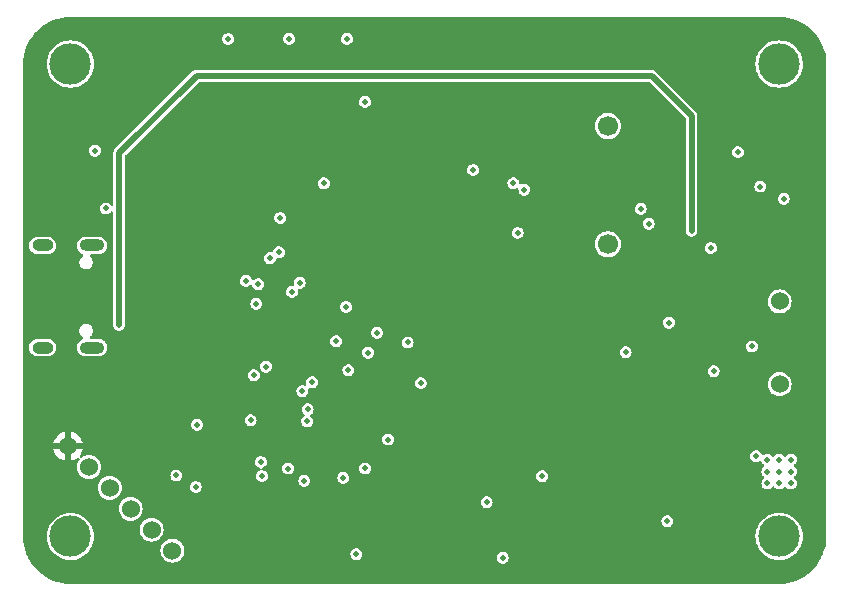
<source format=gbr>
%TF.GenerationSoftware,KiCad,Pcbnew,8.0.9-8.0.9-0~ubuntu24.04.1*%
%TF.CreationDate,2025-05-04T14:10:29+03:00*%
%TF.ProjectId,vario_kicad,76617269-6f5f-46b6-9963-61642e6b6963,rev?*%
%TF.SameCoordinates,Original*%
%TF.FileFunction,Copper,L3,Inr*%
%TF.FilePolarity,Positive*%
%FSLAX46Y46*%
G04 Gerber Fmt 4.6, Leading zero omitted, Abs format (unit mm)*
G04 Created by KiCad (PCBNEW 8.0.9-8.0.9-0~ubuntu24.04.1) date 2025-05-04 14:10:29*
%MOMM*%
%LPD*%
G01*
G04 APERTURE LIST*
%TA.AperFunction,ComponentPad*%
%ADD10C,1.700000*%
%TD*%
%TA.AperFunction,ComponentPad*%
%ADD11C,3.500000*%
%TD*%
%TA.AperFunction,ComponentPad*%
%ADD12C,1.524000*%
%TD*%
%TA.AperFunction,HeatsinkPad*%
%ADD13O,2.100000X1.000000*%
%TD*%
%TA.AperFunction,HeatsinkPad*%
%ADD14O,1.800000X1.000000*%
%TD*%
%TA.AperFunction,ViaPad*%
%ADD15C,0.500000*%
%TD*%
%TA.AperFunction,Conductor*%
%ADD16C,0.500000*%
%TD*%
G04 APERTURE END LIST*
D10*
%TO.N,Net-(U1-VoP)*%
%TO.C,LS1*%
X150500000Y-120250000D03*
%TO.N,Net-(U1-VoN)*%
X150500000Y-110250000D03*
%TD*%
D11*
%TO.N,GND*%
%TO.C,H3*%
X165000000Y-105000000D03*
%TD*%
%TO.N,GND*%
%TO.C,H4*%
X165000000Y-145000000D03*
%TD*%
%TO.N,GND*%
%TO.C,H2*%
X105000000Y-145000000D03*
%TD*%
D12*
%TO.N,VCC*%
%TO.C,J2*%
X104800000Y-137350000D03*
%TO.N,/mcu/SWDIO*%
X106567767Y-139117767D03*
%TO.N,/mcu/SWCLK*%
X108335534Y-140885534D03*
%TO.N,/mcu/NRST*%
X110103301Y-142653301D03*
%TO.N,/mcu/BOOT0*%
X111871068Y-144421068D03*
%TO.N,GND*%
X113638835Y-146188835D03*
%TD*%
D13*
%TO.N,GND*%
%TO.C,U4*%
X106830000Y-120360000D03*
D14*
X102650000Y-120360000D03*
D13*
X106830000Y-129000000D03*
D14*
X102650000Y-129000000D03*
%TD*%
D11*
%TO.N,GND*%
%TO.C,H1*%
X105000000Y-105000000D03*
%TD*%
D12*
%TO.N,VBATT*%
%TO.C,BT2*%
X165050000Y-125100000D03*
%TO.N,Net-(BT2--)*%
X165050000Y-132100000D03*
%TD*%
D15*
%TO.N,VBATT*%
X162700000Y-128910000D03*
%TO.N,GND*%
X165000000Y-138500000D03*
X129950000Y-139240000D03*
X107990000Y-117230000D03*
X122750000Y-118030000D03*
X133560000Y-128570000D03*
X153280000Y-117260000D03*
X118360000Y-102880000D03*
X124410000Y-123510000D03*
X107070000Y-112330000D03*
X115610000Y-140810000D03*
X141600000Y-146790000D03*
X166000000Y-139500000D03*
X163050000Y-138200000D03*
X129200000Y-146490000D03*
X115720000Y-135540000D03*
X120740000Y-125300000D03*
X139090000Y-113970000D03*
X125460000Y-131930000D03*
X134660000Y-132010000D03*
X166000000Y-140500000D03*
X142860000Y-119300000D03*
X164000000Y-140500000D03*
X165000000Y-140500000D03*
X142510000Y-115080000D03*
X152010000Y-129400000D03*
X120250000Y-135160000D03*
X128400000Y-102870000D03*
X159220000Y-120570000D03*
X155660000Y-126900000D03*
X155540000Y-143700000D03*
X123510000Y-102870000D03*
X124800000Y-140280000D03*
X164000000Y-139500000D03*
X159460000Y-131000000D03*
X144940000Y-139890000D03*
X129940000Y-108200000D03*
X122640000Y-120940000D03*
X128330000Y-125570000D03*
X164000000Y-138500000D03*
X166000000Y-138490000D03*
X131900000Y-136790000D03*
X161510000Y-112450000D03*
X126450000Y-115100000D03*
X163410000Y-115370000D03*
X165000000Y-139500000D03*
%TO.N,VCC*%
X131870000Y-112980000D03*
X156500000Y-131000000D03*
X125400000Y-130720000D03*
X157500000Y-131000000D03*
X155500000Y-130000000D03*
X118890000Y-128600000D03*
X139600000Y-146760000D03*
X118640000Y-136970000D03*
X113540000Y-112010000D03*
X127490000Y-136580000D03*
X127620000Y-146740000D03*
X151780000Y-146790000D03*
X126570000Y-136680000D03*
X156500000Y-130000000D03*
X155500000Y-131000000D03*
%TO.N,VBATT_SW*%
X153960000Y-118510000D03*
%TO.N,V_USB*%
X109130000Y-127080000D03*
X109130000Y-122280000D03*
X157590000Y-119110000D03*
%TO.N,/mcu/WKUP1*%
X140250000Y-142100000D03*
X128540000Y-130920000D03*
%TO.N,/mcu/NRST*%
X113960000Y-139830000D03*
X124640000Y-132690000D03*
%TO.N,/mcu/OSC32_IN*%
X125040000Y-135260000D03*
%TO.N,/mcu/OSC32_OUT*%
X125080000Y-134240000D03*
%TO.N,Net-(D5-K)*%
X165390000Y-116410000D03*
%TO.N,/mcu/VBATT_SW_EN*%
X121120000Y-138690000D03*
X128110000Y-140040000D03*
%TO.N,/mcu/MEM_CS_ALT*%
X120900000Y-123640000D03*
X121550000Y-130620000D03*
%TO.N,/mcu/SPI1_NSS*%
X119860000Y-123360000D03*
X120540000Y-131350000D03*
%TO.N,/mcu/SPI1_MISO*%
X121890000Y-121440000D03*
X123760000Y-124290000D03*
%TO.N,/audio_amp/AUDIO_AMP_ENABLE*%
X130970000Y-127750000D03*
%TO.N,Net-(U1-INP)*%
X143430000Y-115630000D03*
%TO.N,/mcu/ADC_IN3*%
X127490000Y-128470000D03*
X130200000Y-129440000D03*
%TO.N,/mcu/BOOT0*%
X123430000Y-139250000D03*
X121220000Y-139880000D03*
%TD*%
D16*
%TO.N,V_USB*%
X157590000Y-119110000D02*
X157590000Y-109360000D01*
X157590000Y-109360000D02*
X154220000Y-105990000D01*
X115680000Y-105990000D02*
X109130000Y-112540000D01*
X154220000Y-105990000D02*
X115680000Y-105990000D01*
X109130000Y-122280000D02*
X109130000Y-127080000D01*
X109130000Y-112540000D02*
X109130000Y-122280000D01*
%TD*%
%TA.AperFunction,Conductor*%
%TO.N,VCC*%
G36*
X165002855Y-101000632D02*
G01*
X165363310Y-101017296D01*
X165374700Y-101018352D01*
X165729238Y-101067808D01*
X165740482Y-101069910D01*
X166088944Y-101151867D01*
X166099934Y-101154994D01*
X166439368Y-101268761D01*
X166450022Y-101272889D01*
X166777488Y-101417479D01*
X166787735Y-101422581D01*
X167100452Y-101596765D01*
X167110190Y-101602794D01*
X167405512Y-101805093D01*
X167414652Y-101811996D01*
X167690035Y-102040671D01*
X167698499Y-102048387D01*
X167951612Y-102301500D01*
X167959328Y-102309964D01*
X168188003Y-102585347D01*
X168194906Y-102594487D01*
X168397205Y-102889809D01*
X168403234Y-102899547D01*
X168577418Y-103212264D01*
X168582523Y-103222517D01*
X168727105Y-103549964D01*
X168731243Y-103560644D01*
X168845001Y-103900052D01*
X168848135Y-103911068D01*
X168930087Y-104259509D01*
X168932192Y-104270768D01*
X168981646Y-104625292D01*
X168982703Y-104636696D01*
X168999368Y-104997144D01*
X168999500Y-105002871D01*
X168999500Y-144997128D01*
X168999368Y-145002855D01*
X168982703Y-145363303D01*
X168981646Y-145374707D01*
X168932192Y-145729231D01*
X168930087Y-145740490D01*
X168848135Y-146088931D01*
X168845001Y-146099947D01*
X168731243Y-146439355D01*
X168727105Y-146450035D01*
X168582523Y-146777482D01*
X168577418Y-146787735D01*
X168403234Y-147100452D01*
X168397205Y-147110190D01*
X168194906Y-147405512D01*
X168188003Y-147414652D01*
X167959328Y-147690035D01*
X167951612Y-147698499D01*
X167698499Y-147951612D01*
X167690035Y-147959328D01*
X167414652Y-148188003D01*
X167405512Y-148194906D01*
X167110190Y-148397205D01*
X167100452Y-148403234D01*
X166787735Y-148577418D01*
X166777482Y-148582523D01*
X166450035Y-148727105D01*
X166439355Y-148731243D01*
X166099947Y-148845001D01*
X166088931Y-148848135D01*
X165740490Y-148930087D01*
X165729231Y-148932192D01*
X165374707Y-148981646D01*
X165363303Y-148982703D01*
X165002855Y-148999368D01*
X164997128Y-148999500D01*
X105002872Y-148999500D01*
X104997145Y-148999368D01*
X104636696Y-148982703D01*
X104625292Y-148981646D01*
X104270768Y-148932192D01*
X104259509Y-148930087D01*
X103911068Y-148848135D01*
X103900052Y-148845001D01*
X103560644Y-148731243D01*
X103549964Y-148727105D01*
X103222517Y-148582523D01*
X103212264Y-148577418D01*
X102899547Y-148403234D01*
X102889809Y-148397205D01*
X102594487Y-148194906D01*
X102585347Y-148188003D01*
X102309964Y-147959328D01*
X102301500Y-147951612D01*
X102048387Y-147698499D01*
X102040671Y-147690035D01*
X101811996Y-147414652D01*
X101805093Y-147405512D01*
X101726308Y-147290500D01*
X101668585Y-147206234D01*
X101602794Y-147110190D01*
X101596765Y-147100452D01*
X101489705Y-146908245D01*
X101422579Y-146787731D01*
X101417476Y-146777482D01*
X101272889Y-146450022D01*
X101268761Y-146439368D01*
X101154994Y-146099934D01*
X101151867Y-146088944D01*
X101069910Y-145740482D01*
X101067807Y-145729231D01*
X101064542Y-145705827D01*
X101018352Y-145374700D01*
X101017296Y-145363303D01*
X101017190Y-145361019D01*
X101000632Y-145002855D01*
X101000566Y-144999998D01*
X102994390Y-144999998D01*
X102994390Y-145000001D01*
X103014804Y-145285433D01*
X103075628Y-145565037D01*
X103075630Y-145565043D01*
X103075631Y-145565046D01*
X103175633Y-145833161D01*
X103175635Y-145833166D01*
X103312770Y-146084309D01*
X103312775Y-146084317D01*
X103484254Y-146313387D01*
X103484270Y-146313405D01*
X103686594Y-146515729D01*
X103686612Y-146515745D01*
X103915682Y-146687224D01*
X103915690Y-146687229D01*
X104166833Y-146824364D01*
X104166832Y-146824364D01*
X104166836Y-146824365D01*
X104166839Y-146824367D01*
X104434954Y-146924369D01*
X104434960Y-146924370D01*
X104434962Y-146924371D01*
X104714566Y-146985195D01*
X104714568Y-146985195D01*
X104714572Y-146985196D01*
X104968220Y-147003337D01*
X104999999Y-147005610D01*
X105000000Y-147005610D01*
X105000001Y-147005610D01*
X105028595Y-147003564D01*
X105285428Y-146985196D01*
X105447434Y-146949954D01*
X105565037Y-146924371D01*
X105565037Y-146924370D01*
X105565046Y-146924369D01*
X105833161Y-146824367D01*
X106084315Y-146687226D01*
X106313395Y-146515739D01*
X106515739Y-146313395D01*
X106608983Y-146188835D01*
X112621436Y-146188835D01*
X112640984Y-146387316D01*
X112640984Y-146387318D01*
X112640985Y-146387320D01*
X112680210Y-146516626D01*
X112698883Y-146578183D01*
X112792895Y-146754066D01*
X112792898Y-146754070D01*
X112792899Y-146754072D01*
X112800532Y-146763373D01*
X112919424Y-146908245D01*
X113013189Y-146985195D01*
X113073598Y-147034771D01*
X113073601Y-147034772D01*
X113073603Y-147034774D01*
X113249486Y-147128786D01*
X113249489Y-147128786D01*
X113249493Y-147128789D01*
X113440350Y-147186685D01*
X113638835Y-147206234D01*
X113837320Y-147186685D01*
X114028177Y-147128789D01*
X114204072Y-147034771D01*
X114358245Y-146908245D01*
X114484771Y-146754072D01*
X114578789Y-146578177D01*
X114605537Y-146490000D01*
X128694353Y-146490000D01*
X128714834Y-146632456D01*
X128770375Y-146754072D01*
X128774623Y-146763373D01*
X128868872Y-146872143D01*
X128989947Y-146949953D01*
X128989950Y-146949954D01*
X128989949Y-146949954D01*
X129128036Y-146990499D01*
X129128038Y-146990500D01*
X129128039Y-146990500D01*
X129271962Y-146990500D01*
X129271962Y-146990499D01*
X129410053Y-146949953D01*
X129531128Y-146872143D01*
X129602305Y-146790000D01*
X141094353Y-146790000D01*
X141114834Y-146932456D01*
X141148243Y-147005610D01*
X141174623Y-147063373D01*
X141268872Y-147172143D01*
X141389947Y-147249953D01*
X141389950Y-147249954D01*
X141389949Y-147249954D01*
X141528036Y-147290499D01*
X141528038Y-147290500D01*
X141528039Y-147290500D01*
X141671962Y-147290500D01*
X141671962Y-147290499D01*
X141810053Y-147249953D01*
X141931128Y-147172143D01*
X142025377Y-147063373D01*
X142085165Y-146932457D01*
X142105647Y-146790000D01*
X142085165Y-146647543D01*
X142025377Y-146516627D01*
X141931128Y-146407857D01*
X141810053Y-146330047D01*
X141810051Y-146330046D01*
X141810049Y-146330045D01*
X141810050Y-146330045D01*
X141671963Y-146289500D01*
X141671961Y-146289500D01*
X141528039Y-146289500D01*
X141528036Y-146289500D01*
X141389949Y-146330045D01*
X141268873Y-146407856D01*
X141174623Y-146516626D01*
X141174622Y-146516628D01*
X141114834Y-146647543D01*
X141094353Y-146790000D01*
X129602305Y-146790000D01*
X129625377Y-146763373D01*
X129685165Y-146632457D01*
X129705647Y-146490000D01*
X129685165Y-146347543D01*
X129625377Y-146216627D01*
X129531128Y-146107857D01*
X129410053Y-146030047D01*
X129410051Y-146030046D01*
X129410049Y-146030045D01*
X129410050Y-146030045D01*
X129271963Y-145989500D01*
X129271961Y-145989500D01*
X129128039Y-145989500D01*
X129128036Y-145989500D01*
X128989949Y-146030045D01*
X128868873Y-146107856D01*
X128774623Y-146216626D01*
X128774622Y-146216628D01*
X128714834Y-146347543D01*
X128694353Y-146490000D01*
X114605537Y-146490000D01*
X114636685Y-146387320D01*
X114656234Y-146188835D01*
X114636685Y-145990350D01*
X114578789Y-145799493D01*
X114578786Y-145799489D01*
X114578786Y-145799486D01*
X114484774Y-145623603D01*
X114484772Y-145623601D01*
X114484771Y-145623598D01*
X114436719Y-145565046D01*
X114358245Y-145469424D01*
X114204073Y-145342900D01*
X114204066Y-145342895D01*
X114028183Y-145248883D01*
X114028177Y-145248881D01*
X113837320Y-145190985D01*
X113837318Y-145190984D01*
X113837316Y-145190984D01*
X113638835Y-145171436D01*
X113440353Y-145190984D01*
X113249486Y-145248883D01*
X113073603Y-145342895D01*
X113073596Y-145342900D01*
X112919424Y-145469424D01*
X112792900Y-145623596D01*
X112792895Y-145623603D01*
X112698883Y-145799486D01*
X112640984Y-145990353D01*
X112621436Y-146188835D01*
X106608983Y-146188835D01*
X106687226Y-146084315D01*
X106824367Y-145833161D01*
X106924369Y-145565046D01*
X106945170Y-145469424D01*
X106985195Y-145285433D01*
X106985195Y-145285432D01*
X106985196Y-145285428D01*
X107005610Y-145000000D01*
X106985196Y-144714572D01*
X106924369Y-144434954D01*
X106919190Y-144421068D01*
X110853669Y-144421068D01*
X110873217Y-144619549D01*
X110931116Y-144810416D01*
X111025128Y-144986299D01*
X111025133Y-144986306D01*
X111151657Y-145140478D01*
X111213200Y-145190984D01*
X111305831Y-145267004D01*
X111305834Y-145267005D01*
X111305836Y-145267007D01*
X111481719Y-145361019D01*
X111481722Y-145361019D01*
X111481726Y-145361022D01*
X111672583Y-145418918D01*
X111871068Y-145438467D01*
X112069553Y-145418918D01*
X112260410Y-145361022D01*
X112436305Y-145267004D01*
X112590478Y-145140478D01*
X112705766Y-144999998D01*
X162994390Y-144999998D01*
X162994390Y-145000001D01*
X163014804Y-145285433D01*
X163075628Y-145565037D01*
X163075630Y-145565043D01*
X163075631Y-145565046D01*
X163175633Y-145833161D01*
X163175635Y-145833166D01*
X163312770Y-146084309D01*
X163312775Y-146084317D01*
X163484254Y-146313387D01*
X163484270Y-146313405D01*
X163686594Y-146515729D01*
X163686612Y-146515745D01*
X163915682Y-146687224D01*
X163915690Y-146687229D01*
X164166833Y-146824364D01*
X164166832Y-146824364D01*
X164166836Y-146824365D01*
X164166839Y-146824367D01*
X164434954Y-146924369D01*
X164434960Y-146924370D01*
X164434962Y-146924371D01*
X164714566Y-146985195D01*
X164714568Y-146985195D01*
X164714572Y-146985196D01*
X164968220Y-147003337D01*
X164999999Y-147005610D01*
X165000000Y-147005610D01*
X165000001Y-147005610D01*
X165028595Y-147003564D01*
X165285428Y-146985196D01*
X165447434Y-146949954D01*
X165565037Y-146924371D01*
X165565037Y-146924370D01*
X165565046Y-146924369D01*
X165833161Y-146824367D01*
X166084315Y-146687226D01*
X166313395Y-146515739D01*
X166515739Y-146313395D01*
X166687226Y-146084315D01*
X166824367Y-145833161D01*
X166924369Y-145565046D01*
X166945170Y-145469424D01*
X166985195Y-145285433D01*
X166985195Y-145285432D01*
X166985196Y-145285428D01*
X167005610Y-145000000D01*
X166985196Y-144714572D01*
X166924369Y-144434954D01*
X166824367Y-144166839D01*
X166820607Y-144159954D01*
X166687229Y-143915690D01*
X166687224Y-143915682D01*
X166515745Y-143686612D01*
X166515729Y-143686594D01*
X166313405Y-143484270D01*
X166313387Y-143484254D01*
X166084317Y-143312775D01*
X166084309Y-143312770D01*
X165833166Y-143175635D01*
X165833167Y-143175635D01*
X165725915Y-143135632D01*
X165565046Y-143075631D01*
X165565043Y-143075630D01*
X165565037Y-143075628D01*
X165285433Y-143014804D01*
X165000001Y-142994390D01*
X164999999Y-142994390D01*
X164714566Y-143014804D01*
X164434962Y-143075628D01*
X164166833Y-143175635D01*
X163915690Y-143312770D01*
X163915682Y-143312775D01*
X163686612Y-143484254D01*
X163686594Y-143484270D01*
X163484270Y-143686594D01*
X163484254Y-143686612D01*
X163312775Y-143915682D01*
X163312770Y-143915690D01*
X163175635Y-144166833D01*
X163075628Y-144434962D01*
X163014804Y-144714566D01*
X162994390Y-144999998D01*
X112705766Y-144999998D01*
X112717004Y-144986305D01*
X112811022Y-144810410D01*
X112868918Y-144619553D01*
X112888467Y-144421068D01*
X112868918Y-144222583D01*
X112811022Y-144031726D01*
X112811019Y-144031722D01*
X112811019Y-144031719D01*
X112717007Y-143855836D01*
X112717005Y-143855834D01*
X112717004Y-143855831D01*
X112678524Y-143808943D01*
X112590478Y-143701657D01*
X112588459Y-143700000D01*
X155034353Y-143700000D01*
X155054834Y-143842456D01*
X155114622Y-143973371D01*
X155114623Y-143973373D01*
X155208872Y-144082143D01*
X155329947Y-144159953D01*
X155329950Y-144159954D01*
X155329949Y-144159954D01*
X155468036Y-144200499D01*
X155468038Y-144200500D01*
X155468039Y-144200500D01*
X155611962Y-144200500D01*
X155611962Y-144200499D01*
X155750053Y-144159953D01*
X155871128Y-144082143D01*
X155965377Y-143973373D01*
X156025165Y-143842457D01*
X156045647Y-143700000D01*
X156025165Y-143557543D01*
X155965377Y-143426627D01*
X155871128Y-143317857D01*
X155750053Y-143240047D01*
X155750051Y-143240046D01*
X155750049Y-143240045D01*
X155750050Y-143240045D01*
X155611963Y-143199500D01*
X155611961Y-143199500D01*
X155468039Y-143199500D01*
X155468036Y-143199500D01*
X155329949Y-143240045D01*
X155208873Y-143317856D01*
X155114623Y-143426626D01*
X155114622Y-143426628D01*
X155054834Y-143557543D01*
X155034353Y-143700000D01*
X112588459Y-143700000D01*
X112436306Y-143575133D01*
X112436299Y-143575128D01*
X112260416Y-143481116D01*
X112260410Y-143481114D01*
X112069553Y-143423218D01*
X112069551Y-143423217D01*
X112069549Y-143423217D01*
X111871068Y-143403669D01*
X111672586Y-143423217D01*
X111481719Y-143481116D01*
X111305836Y-143575128D01*
X111305829Y-143575133D01*
X111151657Y-143701657D01*
X111025133Y-143855829D01*
X111025128Y-143855836D01*
X110931116Y-144031719D01*
X110873217Y-144222586D01*
X110853669Y-144421068D01*
X106919190Y-144421068D01*
X106824367Y-144166839D01*
X106820607Y-144159954D01*
X106687229Y-143915690D01*
X106687224Y-143915682D01*
X106515745Y-143686612D01*
X106515729Y-143686594D01*
X106313405Y-143484270D01*
X106313387Y-143484254D01*
X106084317Y-143312775D01*
X106084309Y-143312770D01*
X105833166Y-143175635D01*
X105833167Y-143175635D01*
X105725915Y-143135632D01*
X105565046Y-143075631D01*
X105565043Y-143075630D01*
X105565037Y-143075628D01*
X105285433Y-143014804D01*
X105000001Y-142994390D01*
X104999999Y-142994390D01*
X104714566Y-143014804D01*
X104434962Y-143075628D01*
X104166833Y-143175635D01*
X103915690Y-143312770D01*
X103915682Y-143312775D01*
X103686612Y-143484254D01*
X103686594Y-143484270D01*
X103484270Y-143686594D01*
X103484254Y-143686612D01*
X103312775Y-143915682D01*
X103312770Y-143915690D01*
X103175635Y-144166833D01*
X103075628Y-144434962D01*
X103014804Y-144714566D01*
X102994390Y-144999998D01*
X101000566Y-144999998D01*
X101000500Y-144997128D01*
X101000500Y-142653301D01*
X109085902Y-142653301D01*
X109105450Y-142851782D01*
X109163349Y-143042649D01*
X109257361Y-143218532D01*
X109257366Y-143218539D01*
X109383890Y-143372711D01*
X109449588Y-143426627D01*
X109538064Y-143499237D01*
X109538067Y-143499238D01*
X109538069Y-143499240D01*
X109713952Y-143593252D01*
X109713955Y-143593252D01*
X109713959Y-143593255D01*
X109904816Y-143651151D01*
X110103301Y-143670700D01*
X110301786Y-143651151D01*
X110492643Y-143593255D01*
X110668538Y-143499237D01*
X110822711Y-143372711D01*
X110949237Y-143218538D01*
X111043255Y-143042643D01*
X111101151Y-142851786D01*
X111120700Y-142653301D01*
X111101151Y-142454816D01*
X111043255Y-142263959D01*
X111043252Y-142263955D01*
X111043252Y-142263952D01*
X110955617Y-142100000D01*
X139744353Y-142100000D01*
X139764834Y-142242456D01*
X139824622Y-142373371D01*
X139824623Y-142373373D01*
X139918872Y-142482143D01*
X140039947Y-142559953D01*
X140039950Y-142559954D01*
X140039949Y-142559954D01*
X140178036Y-142600499D01*
X140178038Y-142600500D01*
X140178039Y-142600500D01*
X140321962Y-142600500D01*
X140321962Y-142600499D01*
X140460053Y-142559953D01*
X140581128Y-142482143D01*
X140675377Y-142373373D01*
X140735165Y-142242457D01*
X140755647Y-142100000D01*
X140735165Y-141957543D01*
X140675377Y-141826627D01*
X140581128Y-141717857D01*
X140460053Y-141640047D01*
X140460051Y-141640046D01*
X140460049Y-141640045D01*
X140460050Y-141640045D01*
X140321963Y-141599500D01*
X140321961Y-141599500D01*
X140178039Y-141599500D01*
X140178036Y-141599500D01*
X140039949Y-141640045D01*
X139918873Y-141717856D01*
X139824623Y-141826626D01*
X139824622Y-141826628D01*
X139764834Y-141957543D01*
X139744353Y-142100000D01*
X110955617Y-142100000D01*
X110949240Y-142088069D01*
X110949238Y-142088067D01*
X110949237Y-142088064D01*
X110842122Y-141957543D01*
X110822711Y-141933890D01*
X110668539Y-141807366D01*
X110668532Y-141807361D01*
X110492649Y-141713349D01*
X110492643Y-141713347D01*
X110301786Y-141655451D01*
X110301784Y-141655450D01*
X110301782Y-141655450D01*
X110103301Y-141635902D01*
X109904819Y-141655450D01*
X109713952Y-141713349D01*
X109538069Y-141807361D01*
X109538062Y-141807366D01*
X109383890Y-141933890D01*
X109257366Y-142088062D01*
X109257361Y-142088069D01*
X109163349Y-142263952D01*
X109105450Y-142454819D01*
X109085902Y-142653301D01*
X101000500Y-142653301D01*
X101000500Y-140885534D01*
X107318135Y-140885534D01*
X107337683Y-141084015D01*
X107395582Y-141274882D01*
X107489594Y-141450765D01*
X107489599Y-141450772D01*
X107616123Y-141604944D01*
X107658897Y-141640047D01*
X107770297Y-141731470D01*
X107770300Y-141731471D01*
X107770302Y-141731473D01*
X107946185Y-141825485D01*
X107946188Y-141825485D01*
X107946192Y-141825488D01*
X108137049Y-141883384D01*
X108335534Y-141902933D01*
X108534019Y-141883384D01*
X108724876Y-141825488D01*
X108900771Y-141731470D01*
X109054944Y-141604944D01*
X109181470Y-141450771D01*
X109275488Y-141274876D01*
X109333384Y-141084019D01*
X109352933Y-140885534D01*
X109345494Y-140810000D01*
X115104353Y-140810000D01*
X115124834Y-140952456D01*
X115184622Y-141083371D01*
X115184623Y-141083373D01*
X115278872Y-141192143D01*
X115399947Y-141269953D01*
X115399950Y-141269954D01*
X115399949Y-141269954D01*
X115538036Y-141310499D01*
X115538038Y-141310500D01*
X115538039Y-141310500D01*
X115681962Y-141310500D01*
X115681962Y-141310499D01*
X115820053Y-141269953D01*
X115941128Y-141192143D01*
X116035377Y-141083373D01*
X116095165Y-140952457D01*
X116115647Y-140810000D01*
X116095165Y-140667543D01*
X116035377Y-140536627D01*
X115941128Y-140427857D01*
X115820053Y-140350047D01*
X115820051Y-140350046D01*
X115820049Y-140350045D01*
X115820050Y-140350045D01*
X115681963Y-140309500D01*
X115681961Y-140309500D01*
X115538039Y-140309500D01*
X115538036Y-140309500D01*
X115399949Y-140350045D01*
X115278873Y-140427856D01*
X115184623Y-140536626D01*
X115184622Y-140536628D01*
X115124834Y-140667543D01*
X115104353Y-140810000D01*
X109345494Y-140810000D01*
X109333384Y-140687049D01*
X109275488Y-140496192D01*
X109275485Y-140496188D01*
X109275485Y-140496185D01*
X109181473Y-140320302D01*
X109181471Y-140320300D01*
X109181470Y-140320297D01*
X109141951Y-140272143D01*
X109054944Y-140166123D01*
X108922850Y-140057718D01*
X108900771Y-140039598D01*
X108900769Y-140039597D01*
X108900765Y-140039594D01*
X108724882Y-139945582D01*
X108724876Y-139945580D01*
X108534019Y-139887684D01*
X108534017Y-139887683D01*
X108534015Y-139887683D01*
X108335534Y-139868135D01*
X108137052Y-139887683D01*
X107946185Y-139945582D01*
X107770302Y-140039594D01*
X107770295Y-140039599D01*
X107616123Y-140166123D01*
X107489599Y-140320295D01*
X107489594Y-140320302D01*
X107395582Y-140496185D01*
X107337683Y-140687052D01*
X107318135Y-140885534D01*
X101000500Y-140885534D01*
X101000500Y-137099999D01*
X103560468Y-137099999D01*
X103560469Y-137100000D01*
X104511184Y-137100000D01*
X104495124Y-137116060D01*
X104444964Y-137202939D01*
X104419000Y-137299840D01*
X104419000Y-137400160D01*
X104444964Y-137497061D01*
X104495124Y-137583940D01*
X104511184Y-137600000D01*
X103560469Y-137600000D01*
X103609575Y-137783270D01*
X103609580Y-137783284D01*
X103702899Y-137983407D01*
X103702900Y-137983409D01*
X103829563Y-138164301D01*
X103985698Y-138320436D01*
X104166590Y-138447099D01*
X104166592Y-138447100D01*
X104366715Y-138540419D01*
X104366729Y-138540424D01*
X104549999Y-138589531D01*
X104550000Y-138589530D01*
X104550000Y-137638816D01*
X104566060Y-137654876D01*
X104652939Y-137705036D01*
X104749840Y-137731000D01*
X104850160Y-137731000D01*
X104947061Y-137705036D01*
X105033940Y-137654876D01*
X105050000Y-137638816D01*
X105050000Y-138589531D01*
X105233270Y-138540424D01*
X105233284Y-138540419D01*
X105433407Y-138447100D01*
X105433417Y-138447094D01*
X105574585Y-138348247D01*
X105640791Y-138325919D01*
X105708558Y-138342929D01*
X105756372Y-138393876D01*
X105769050Y-138462586D01*
X105742569Y-138527243D01*
X105741564Y-138528484D01*
X105721831Y-138552529D01*
X105721827Y-138552535D01*
X105627815Y-138728418D01*
X105569916Y-138919285D01*
X105550368Y-139117767D01*
X105569916Y-139316248D01*
X105569916Y-139316250D01*
X105569917Y-139316252D01*
X105625657Y-139500000D01*
X105627815Y-139507115D01*
X105721827Y-139682998D01*
X105721832Y-139683005D01*
X105848356Y-139837177D01*
X105909899Y-139887683D01*
X106002530Y-139963703D01*
X106002533Y-139963704D01*
X106002535Y-139963706D01*
X106178418Y-140057718D01*
X106178421Y-140057718D01*
X106178425Y-140057721D01*
X106369282Y-140115617D01*
X106567767Y-140135166D01*
X106766252Y-140115617D01*
X106957109Y-140057721D01*
X106968724Y-140051513D01*
X107132998Y-139963706D01*
X107132996Y-139963706D01*
X107133004Y-139963703D01*
X107287177Y-139837177D01*
X107293067Y-139830000D01*
X113454353Y-139830000D01*
X113474834Y-139972456D01*
X113510939Y-140051513D01*
X113534623Y-140103373D01*
X113628872Y-140212143D01*
X113749947Y-140289953D01*
X113749950Y-140289954D01*
X113749949Y-140289954D01*
X113888036Y-140330499D01*
X113888038Y-140330500D01*
X113888039Y-140330500D01*
X114031962Y-140330500D01*
X114031962Y-140330499D01*
X114170053Y-140289953D01*
X114291128Y-140212143D01*
X114385377Y-140103373D01*
X114445165Y-139972457D01*
X114465647Y-139830000D01*
X114445165Y-139687543D01*
X114385377Y-139556627D01*
X114291128Y-139447857D01*
X114170053Y-139370047D01*
X114170051Y-139370046D01*
X114170049Y-139370045D01*
X114170050Y-139370045D01*
X114031963Y-139329500D01*
X114031961Y-139329500D01*
X113888039Y-139329500D01*
X113888036Y-139329500D01*
X113749949Y-139370045D01*
X113628873Y-139447856D01*
X113534623Y-139556626D01*
X113534622Y-139556628D01*
X113474834Y-139687543D01*
X113454353Y-139830000D01*
X107293067Y-139830000D01*
X107413703Y-139683004D01*
X107468736Y-139580045D01*
X107507718Y-139507115D01*
X107507718Y-139507114D01*
X107507721Y-139507109D01*
X107565617Y-139316252D01*
X107585166Y-139117767D01*
X107565617Y-138919282D01*
X107507721Y-138728425D01*
X107507718Y-138728421D01*
X107507718Y-138728418D01*
X107487183Y-138690000D01*
X120614353Y-138690000D01*
X120634834Y-138832456D01*
X120688494Y-138949953D01*
X120694623Y-138963373D01*
X120788872Y-139072143D01*
X120909947Y-139149953D01*
X120909950Y-139149954D01*
X120909949Y-139149954D01*
X121014674Y-139180704D01*
X121073453Y-139218478D01*
X121102478Y-139282034D01*
X121092535Y-139351192D01*
X121046780Y-139403996D01*
X121014677Y-139418657D01*
X121009951Y-139420044D01*
X121009950Y-139420045D01*
X120888873Y-139497856D01*
X120794623Y-139606626D01*
X120794622Y-139606628D01*
X120734834Y-139737543D01*
X120714353Y-139880000D01*
X120734834Y-140022456D01*
X120794622Y-140153371D01*
X120794623Y-140153373D01*
X120888872Y-140262143D01*
X121009947Y-140339953D01*
X121009950Y-140339954D01*
X121009949Y-140339954D01*
X121148036Y-140380499D01*
X121148038Y-140380500D01*
X121148039Y-140380500D01*
X121291962Y-140380500D01*
X121291962Y-140380499D01*
X121430053Y-140339953D01*
X121523342Y-140280000D01*
X124294353Y-140280000D01*
X124314834Y-140422456D01*
X124368744Y-140540500D01*
X124374623Y-140553373D01*
X124468872Y-140662143D01*
X124589947Y-140739953D01*
X124589950Y-140739954D01*
X124589949Y-140739954D01*
X124728036Y-140780499D01*
X124728038Y-140780500D01*
X124728039Y-140780500D01*
X124871962Y-140780500D01*
X124871962Y-140780499D01*
X125010053Y-140739953D01*
X125131128Y-140662143D01*
X125225377Y-140553373D01*
X125285165Y-140422457D01*
X125305647Y-140280000D01*
X125285165Y-140137543D01*
X125240618Y-140040000D01*
X127604353Y-140040000D01*
X127624834Y-140182456D01*
X127669382Y-140280000D01*
X127684623Y-140313373D01*
X127778872Y-140422143D01*
X127899947Y-140499953D01*
X127899950Y-140499954D01*
X127899949Y-140499954D01*
X128007107Y-140531417D01*
X128033870Y-140539276D01*
X128038036Y-140540499D01*
X128038038Y-140540500D01*
X128038039Y-140540500D01*
X128181962Y-140540500D01*
X128181962Y-140540499D01*
X128320053Y-140499953D01*
X128441128Y-140422143D01*
X128535377Y-140313373D01*
X128595165Y-140182457D01*
X128615647Y-140040000D01*
X128595165Y-139897543D01*
X128591720Y-139890000D01*
X144434353Y-139890000D01*
X144454834Y-140032456D01*
X144487652Y-140104315D01*
X144514623Y-140163373D01*
X144608872Y-140272143D01*
X144729947Y-140349953D01*
X144729950Y-140349954D01*
X144729949Y-140349954D01*
X144868036Y-140390499D01*
X144868038Y-140390500D01*
X144868039Y-140390500D01*
X145011962Y-140390500D01*
X145011962Y-140390499D01*
X145150053Y-140349953D01*
X145271128Y-140272143D01*
X145365377Y-140163373D01*
X145425165Y-140032457D01*
X145445647Y-139890000D01*
X145425165Y-139747543D01*
X145365377Y-139616627D01*
X145271128Y-139507857D01*
X145150053Y-139430047D01*
X145150051Y-139430046D01*
X145150049Y-139430045D01*
X145150050Y-139430045D01*
X145011963Y-139389500D01*
X145011961Y-139389500D01*
X144868039Y-139389500D01*
X144868036Y-139389500D01*
X144729949Y-139430045D01*
X144608873Y-139507856D01*
X144514623Y-139616626D01*
X144514622Y-139616628D01*
X144454834Y-139747543D01*
X144434353Y-139890000D01*
X128591720Y-139890000D01*
X128535377Y-139766627D01*
X128441128Y-139657857D01*
X128320053Y-139580047D01*
X128320051Y-139580046D01*
X128320049Y-139580045D01*
X128320050Y-139580045D01*
X128181963Y-139539500D01*
X128181961Y-139539500D01*
X128038039Y-139539500D01*
X128038036Y-139539500D01*
X127899949Y-139580045D01*
X127778873Y-139657856D01*
X127684623Y-139766626D01*
X127684622Y-139766628D01*
X127624834Y-139897543D01*
X127604353Y-140040000D01*
X125240618Y-140040000D01*
X125225377Y-140006627D01*
X125131128Y-139897857D01*
X125010053Y-139820047D01*
X125010051Y-139820046D01*
X125010049Y-139820045D01*
X125010050Y-139820045D01*
X124871963Y-139779500D01*
X124871961Y-139779500D01*
X124728039Y-139779500D01*
X124728036Y-139779500D01*
X124589949Y-139820045D01*
X124468873Y-139897856D01*
X124374623Y-140006626D01*
X124374622Y-140006628D01*
X124314834Y-140137543D01*
X124294353Y-140280000D01*
X121523342Y-140280000D01*
X121551128Y-140262143D01*
X121645377Y-140153373D01*
X121705165Y-140022457D01*
X121725647Y-139880000D01*
X121705165Y-139737543D01*
X121645377Y-139606627D01*
X121551128Y-139497857D01*
X121430053Y-139420047D01*
X121430050Y-139420045D01*
X121325324Y-139389295D01*
X121266546Y-139351520D01*
X121237521Y-139287965D01*
X121242980Y-139250000D01*
X122924353Y-139250000D01*
X122944834Y-139392456D01*
X122997537Y-139507857D01*
X123004623Y-139523373D01*
X123098872Y-139632143D01*
X123219947Y-139709953D01*
X123219950Y-139709954D01*
X123219949Y-139709954D01*
X123313911Y-139737543D01*
X123347968Y-139747543D01*
X123358036Y-139750499D01*
X123358038Y-139750500D01*
X123358039Y-139750500D01*
X123501962Y-139750500D01*
X123501962Y-139750499D01*
X123640053Y-139709953D01*
X123761128Y-139632143D01*
X123855377Y-139523373D01*
X123915165Y-139392457D01*
X123935647Y-139250000D01*
X123934209Y-139240000D01*
X129444353Y-139240000D01*
X129464834Y-139382456D01*
X129517537Y-139497857D01*
X129524623Y-139513373D01*
X129618872Y-139622143D01*
X129739947Y-139699953D01*
X129739950Y-139699954D01*
X129739949Y-139699954D01*
X129847107Y-139731417D01*
X129867968Y-139737543D01*
X129878036Y-139740499D01*
X129878038Y-139740500D01*
X129878039Y-139740500D01*
X130021962Y-139740500D01*
X130021962Y-139740499D01*
X130160053Y-139699953D01*
X130281128Y-139622143D01*
X130375377Y-139513373D01*
X130435165Y-139382457D01*
X130455647Y-139240000D01*
X130435165Y-139097543D01*
X130375377Y-138966627D01*
X130281128Y-138857857D01*
X130160053Y-138780047D01*
X130160051Y-138780046D01*
X130160049Y-138780045D01*
X130160050Y-138780045D01*
X130021963Y-138739500D01*
X130021961Y-138739500D01*
X129878039Y-138739500D01*
X129878036Y-138739500D01*
X129739949Y-138780045D01*
X129618873Y-138857856D01*
X129524623Y-138966626D01*
X129524622Y-138966628D01*
X129464834Y-139097543D01*
X129444353Y-139240000D01*
X123934209Y-139240000D01*
X123915165Y-139107543D01*
X123855377Y-138976627D01*
X123761128Y-138867857D01*
X123640053Y-138790047D01*
X123640051Y-138790046D01*
X123640049Y-138790045D01*
X123640050Y-138790045D01*
X123501963Y-138749500D01*
X123501961Y-138749500D01*
X123358039Y-138749500D01*
X123358036Y-138749500D01*
X123219949Y-138790045D01*
X123098873Y-138867856D01*
X123004623Y-138976626D01*
X123004622Y-138976628D01*
X122944834Y-139107543D01*
X122924353Y-139250000D01*
X121242980Y-139250000D01*
X121247465Y-139218806D01*
X121293220Y-139166002D01*
X121325327Y-139151340D01*
X121330053Y-139149953D01*
X121451128Y-139072143D01*
X121545377Y-138963373D01*
X121605165Y-138832457D01*
X121625647Y-138690000D01*
X121605165Y-138547543D01*
X121545377Y-138416627D01*
X121451128Y-138307857D01*
X121330053Y-138230047D01*
X121330051Y-138230046D01*
X121330049Y-138230045D01*
X121330050Y-138230045D01*
X121227724Y-138200000D01*
X162544353Y-138200000D01*
X162564834Y-138342456D01*
X162612624Y-138447099D01*
X162624623Y-138473373D01*
X162718872Y-138582143D01*
X162839947Y-138659953D01*
X162839950Y-138659954D01*
X162839949Y-138659954D01*
X162978036Y-138700499D01*
X162978038Y-138700500D01*
X162978039Y-138700500D01*
X163121962Y-138700500D01*
X163121962Y-138700499D01*
X163260050Y-138659954D01*
X163260051Y-138659954D01*
X163302838Y-138632457D01*
X163342815Y-138606764D01*
X163409855Y-138587080D01*
X163476894Y-138606764D01*
X163522649Y-138659568D01*
X163563720Y-138749500D01*
X163574623Y-138773373D01*
X163668872Y-138882143D01*
X163676324Y-138886932D01*
X163689943Y-138895685D01*
X163735698Y-138948489D01*
X163745641Y-139017648D01*
X163716615Y-139081203D01*
X163689943Y-139104315D01*
X163668874Y-139117855D01*
X163574623Y-139226626D01*
X163574622Y-139226628D01*
X163514834Y-139357543D01*
X163494353Y-139500000D01*
X163514834Y-139642456D01*
X163545660Y-139709954D01*
X163574623Y-139773373D01*
X163668872Y-139882143D01*
X163676324Y-139886932D01*
X163689943Y-139895685D01*
X163735698Y-139948489D01*
X163745641Y-140017648D01*
X163716615Y-140081203D01*
X163689943Y-140104315D01*
X163668874Y-140117855D01*
X163574623Y-140226626D01*
X163574622Y-140226628D01*
X163514834Y-140357543D01*
X163494353Y-140500000D01*
X163514834Y-140642456D01*
X163535201Y-140687052D01*
X163574623Y-140773373D01*
X163668872Y-140882143D01*
X163789947Y-140959953D01*
X163789950Y-140959954D01*
X163789949Y-140959954D01*
X163928036Y-141000499D01*
X163928038Y-141000500D01*
X163928039Y-141000500D01*
X164071962Y-141000500D01*
X164071962Y-141000499D01*
X164210053Y-140959953D01*
X164331128Y-140882143D01*
X164406287Y-140795403D01*
X164465064Y-140757629D01*
X164534934Y-140757629D01*
X164593711Y-140795402D01*
X164668872Y-140882143D01*
X164789947Y-140959953D01*
X164789950Y-140959954D01*
X164789949Y-140959954D01*
X164928036Y-141000499D01*
X164928038Y-141000500D01*
X164928039Y-141000500D01*
X165071962Y-141000500D01*
X165071962Y-141000499D01*
X165210053Y-140959953D01*
X165331128Y-140882143D01*
X165406287Y-140795403D01*
X165465064Y-140757629D01*
X165534934Y-140757629D01*
X165593711Y-140795402D01*
X165668872Y-140882143D01*
X165789947Y-140959953D01*
X165789950Y-140959954D01*
X165789949Y-140959954D01*
X165928036Y-141000499D01*
X165928038Y-141000500D01*
X165928039Y-141000500D01*
X166071962Y-141000500D01*
X166071962Y-141000499D01*
X166210053Y-140959953D01*
X166331128Y-140882143D01*
X166425377Y-140773373D01*
X166485165Y-140642457D01*
X166505647Y-140500000D01*
X166485165Y-140357543D01*
X166425377Y-140226627D01*
X166331128Y-140117857D01*
X166331125Y-140117855D01*
X166331125Y-140117854D01*
X166310058Y-140104316D01*
X166264302Y-140051513D01*
X166254358Y-139982354D01*
X166283382Y-139918798D01*
X166310058Y-139895684D01*
X166331125Y-139882145D01*
X166331125Y-139882144D01*
X166331128Y-139882143D01*
X166425377Y-139773373D01*
X166485165Y-139642457D01*
X166505647Y-139500000D01*
X166485165Y-139357543D01*
X166425377Y-139226627D01*
X166331128Y-139117857D01*
X166302276Y-139099315D01*
X166256522Y-139046512D01*
X166246578Y-138977354D01*
X166275603Y-138913798D01*
X166302275Y-138890685D01*
X166331128Y-138872143D01*
X166425377Y-138763373D01*
X166485165Y-138632457D01*
X166505647Y-138490000D01*
X166485165Y-138347543D01*
X166425377Y-138216627D01*
X166331128Y-138107857D01*
X166210053Y-138030047D01*
X166210051Y-138030046D01*
X166210049Y-138030045D01*
X166210050Y-138030045D01*
X166071963Y-137989500D01*
X166071961Y-137989500D01*
X165928039Y-137989500D01*
X165928036Y-137989500D01*
X165789949Y-138030045D01*
X165668873Y-138107856D01*
X165589380Y-138199596D01*
X165530602Y-138237370D01*
X165460732Y-138237370D01*
X165401955Y-138199596D01*
X165383081Y-138177815D01*
X165331129Y-138117858D01*
X165331128Y-138117857D01*
X165210053Y-138040047D01*
X165210051Y-138040046D01*
X165210049Y-138040045D01*
X165210050Y-138040045D01*
X165071963Y-137999500D01*
X165071961Y-137999500D01*
X164928039Y-137999500D01*
X164928036Y-137999500D01*
X164789949Y-138040045D01*
X164668873Y-138117856D01*
X164668872Y-138117856D01*
X164668872Y-138117857D01*
X164606794Y-138189500D01*
X164593713Y-138204596D01*
X164534935Y-138242370D01*
X164465065Y-138242370D01*
X164406287Y-138204596D01*
X164402305Y-138200000D01*
X164331128Y-138117857D01*
X164210053Y-138040047D01*
X164210051Y-138040046D01*
X164210049Y-138040045D01*
X164210050Y-138040045D01*
X164071963Y-137999500D01*
X164071961Y-137999500D01*
X163928039Y-137999500D01*
X163928036Y-137999500D01*
X163789949Y-138040045D01*
X163789946Y-138040047D01*
X163707182Y-138093235D01*
X163640143Y-138112919D01*
X163573103Y-138093234D01*
X163527350Y-138040431D01*
X163501312Y-137983417D01*
X163475377Y-137926627D01*
X163381128Y-137817857D01*
X163260053Y-137740047D01*
X163260051Y-137740046D01*
X163260049Y-137740045D01*
X163260050Y-137740045D01*
X163121963Y-137699500D01*
X163121961Y-137699500D01*
X162978039Y-137699500D01*
X162978036Y-137699500D01*
X162839949Y-137740045D01*
X162718873Y-137817856D01*
X162624623Y-137926626D01*
X162624622Y-137926628D01*
X162564834Y-138057543D01*
X162544353Y-138200000D01*
X121227724Y-138200000D01*
X121191963Y-138189500D01*
X121191961Y-138189500D01*
X121048039Y-138189500D01*
X121048036Y-138189500D01*
X120909949Y-138230045D01*
X120788873Y-138307856D01*
X120694623Y-138416626D01*
X120694622Y-138416628D01*
X120634834Y-138547543D01*
X120614353Y-138690000D01*
X107487183Y-138690000D01*
X107413706Y-138552535D01*
X107413704Y-138552533D01*
X107413703Y-138552530D01*
X107339888Y-138462586D01*
X107287177Y-138398356D01*
X107133005Y-138271832D01*
X107132998Y-138271827D01*
X106957115Y-138177815D01*
X106957109Y-138177813D01*
X106766252Y-138119917D01*
X106766250Y-138119916D01*
X106766248Y-138119916D01*
X106567767Y-138100368D01*
X106369285Y-138119916D01*
X106178418Y-138177815D01*
X106002535Y-138271827D01*
X106002529Y-138271831D01*
X105978484Y-138291564D01*
X105914173Y-138318876D01*
X105845306Y-138307083D01*
X105793747Y-138259930D01*
X105775866Y-138192387D01*
X105797339Y-138125899D01*
X105798247Y-138124585D01*
X105897094Y-137983417D01*
X105897100Y-137983407D01*
X105990419Y-137783284D01*
X105990424Y-137783270D01*
X106039531Y-137600000D01*
X105088816Y-137600000D01*
X105104876Y-137583940D01*
X105155036Y-137497061D01*
X105181000Y-137400160D01*
X105181000Y-137299840D01*
X105155036Y-137202939D01*
X105104876Y-137116060D01*
X105088816Y-137100000D01*
X106039531Y-137100000D01*
X106039531Y-137099999D01*
X105990424Y-136916729D01*
X105990420Y-136916720D01*
X105931330Y-136790000D01*
X131394353Y-136790000D01*
X131414834Y-136932456D01*
X131443381Y-136994964D01*
X131474623Y-137063373D01*
X131568872Y-137172143D01*
X131689947Y-137249953D01*
X131689950Y-137249954D01*
X131689949Y-137249954D01*
X131828036Y-137290499D01*
X131828038Y-137290500D01*
X131828039Y-137290500D01*
X131971962Y-137290500D01*
X131971962Y-137290499D01*
X132110053Y-137249953D01*
X132231128Y-137172143D01*
X132325377Y-137063373D01*
X132385165Y-136932457D01*
X132405647Y-136790000D01*
X132385165Y-136647543D01*
X132325377Y-136516627D01*
X132231128Y-136407857D01*
X132110053Y-136330047D01*
X132110051Y-136330046D01*
X132110049Y-136330045D01*
X132110050Y-136330045D01*
X131971963Y-136289500D01*
X131971961Y-136289500D01*
X131828039Y-136289500D01*
X131828036Y-136289500D01*
X131689949Y-136330045D01*
X131568873Y-136407856D01*
X131474623Y-136516626D01*
X131474622Y-136516628D01*
X131414834Y-136647543D01*
X131394353Y-136790000D01*
X105931330Y-136790000D01*
X105897099Y-136716591D01*
X105897098Y-136716589D01*
X105770442Y-136535704D01*
X105614297Y-136379560D01*
X105433409Y-136252900D01*
X105433407Y-136252899D01*
X105233283Y-136159580D01*
X105050000Y-136110468D01*
X105050000Y-137061184D01*
X105033940Y-137045124D01*
X104947061Y-136994964D01*
X104850160Y-136969000D01*
X104749840Y-136969000D01*
X104652939Y-136994964D01*
X104566060Y-137045124D01*
X104550000Y-137061184D01*
X104550000Y-136110468D01*
X104366718Y-136159579D01*
X104166591Y-136252900D01*
X104166589Y-136252901D01*
X103985700Y-136379560D01*
X103829560Y-136535700D01*
X103702901Y-136716589D01*
X103702900Y-136716591D01*
X103609579Y-136916720D01*
X103609575Y-136916729D01*
X103560468Y-137099999D01*
X101000500Y-137099999D01*
X101000500Y-135540000D01*
X115214353Y-135540000D01*
X115234834Y-135682456D01*
X115251959Y-135719953D01*
X115294623Y-135813373D01*
X115388872Y-135922143D01*
X115509947Y-135999953D01*
X115509950Y-135999954D01*
X115509949Y-135999954D01*
X115648036Y-136040499D01*
X115648038Y-136040500D01*
X115648039Y-136040500D01*
X115791962Y-136040500D01*
X115791962Y-136040499D01*
X115930053Y-135999953D01*
X116051128Y-135922143D01*
X116145377Y-135813373D01*
X116205165Y-135682457D01*
X116225647Y-135540000D01*
X116205165Y-135397543D01*
X116145377Y-135266627D01*
X116052985Y-135160000D01*
X119744353Y-135160000D01*
X119764834Y-135302456D01*
X119810504Y-135402457D01*
X119824623Y-135433373D01*
X119918872Y-135542143D01*
X120039947Y-135619953D01*
X120039950Y-135619954D01*
X120039949Y-135619954D01*
X120178036Y-135660499D01*
X120178038Y-135660500D01*
X120178039Y-135660500D01*
X120321962Y-135660500D01*
X120321962Y-135660499D01*
X120460053Y-135619953D01*
X120581128Y-135542143D01*
X120675377Y-135433373D01*
X120735165Y-135302457D01*
X120741269Y-135260000D01*
X124534353Y-135260000D01*
X124554834Y-135402456D01*
X124568953Y-135433371D01*
X124614623Y-135533373D01*
X124708872Y-135642143D01*
X124829947Y-135719953D01*
X124829950Y-135719954D01*
X124829949Y-135719954D01*
X124968036Y-135760499D01*
X124968038Y-135760500D01*
X124968039Y-135760500D01*
X125111962Y-135760500D01*
X125111962Y-135760499D01*
X125250053Y-135719953D01*
X125371128Y-135642143D01*
X125465377Y-135533373D01*
X125525165Y-135402457D01*
X125545647Y-135260000D01*
X125525165Y-135117543D01*
X125465377Y-134986627D01*
X125371128Y-134877857D01*
X125371125Y-134877855D01*
X125371123Y-134877853D01*
X125354497Y-134867168D01*
X125308742Y-134814364D01*
X125298798Y-134745206D01*
X125327823Y-134681650D01*
X125354494Y-134658538D01*
X125411128Y-134622143D01*
X125505377Y-134513373D01*
X125565165Y-134382457D01*
X125585647Y-134240000D01*
X125565165Y-134097543D01*
X125505377Y-133966627D01*
X125411128Y-133857857D01*
X125290053Y-133780047D01*
X125290051Y-133780046D01*
X125290049Y-133780045D01*
X125290050Y-133780045D01*
X125151963Y-133739500D01*
X125151961Y-133739500D01*
X125008039Y-133739500D01*
X125008036Y-133739500D01*
X124869949Y-133780045D01*
X124748873Y-133857856D01*
X124654623Y-133966626D01*
X124654622Y-133966628D01*
X124594834Y-134097543D01*
X124574353Y-134240000D01*
X124594834Y-134382456D01*
X124654622Y-134513371D01*
X124654623Y-134513373D01*
X124748872Y-134622143D01*
X124748874Y-134622144D01*
X124748874Y-134622145D01*
X124765501Y-134632830D01*
X124811257Y-134685633D01*
X124821201Y-134754792D01*
X124792177Y-134818348D01*
X124765504Y-134841461D01*
X124708873Y-134877856D01*
X124614623Y-134986626D01*
X124614622Y-134986628D01*
X124554834Y-135117543D01*
X124534353Y-135260000D01*
X120741269Y-135260000D01*
X120755647Y-135160000D01*
X120735165Y-135017543D01*
X120675377Y-134886627D01*
X120581128Y-134777857D01*
X120460053Y-134700047D01*
X120460051Y-134700046D01*
X120460049Y-134700045D01*
X120460050Y-134700045D01*
X120321963Y-134659500D01*
X120321961Y-134659500D01*
X120178039Y-134659500D01*
X120178036Y-134659500D01*
X120039949Y-134700045D01*
X119918873Y-134777856D01*
X119824623Y-134886626D01*
X119824622Y-134886628D01*
X119764834Y-135017543D01*
X119744353Y-135160000D01*
X116052985Y-135160000D01*
X116051128Y-135157857D01*
X115930053Y-135080047D01*
X115930051Y-135080046D01*
X115930049Y-135080045D01*
X115930050Y-135080045D01*
X115791963Y-135039500D01*
X115791961Y-135039500D01*
X115648039Y-135039500D01*
X115648036Y-135039500D01*
X115509949Y-135080045D01*
X115388873Y-135157856D01*
X115294623Y-135266626D01*
X115294622Y-135266628D01*
X115234834Y-135397543D01*
X115214353Y-135540000D01*
X101000500Y-135540000D01*
X101000500Y-132690000D01*
X124134353Y-132690000D01*
X124154834Y-132832456D01*
X124206659Y-132945934D01*
X124214623Y-132963373D01*
X124308872Y-133072143D01*
X124429947Y-133149953D01*
X124429950Y-133149954D01*
X124429949Y-133149954D01*
X124568036Y-133190499D01*
X124568038Y-133190500D01*
X124568039Y-133190500D01*
X124711962Y-133190500D01*
X124711962Y-133190499D01*
X124850053Y-133149953D01*
X124971128Y-133072143D01*
X125065377Y-132963373D01*
X125125165Y-132832457D01*
X125145647Y-132690000D01*
X125125165Y-132547543D01*
X125123903Y-132538765D01*
X125126734Y-132538357D01*
X125126723Y-132483034D01*
X125164485Y-132424247D01*
X125228035Y-132395209D01*
X125280643Y-132398966D01*
X125388038Y-132430500D01*
X125388039Y-132430500D01*
X125531962Y-132430500D01*
X125531962Y-132430499D01*
X125652153Y-132395209D01*
X125670050Y-132389954D01*
X125670050Y-132389953D01*
X125670053Y-132389953D01*
X125791128Y-132312143D01*
X125885377Y-132203373D01*
X125945165Y-132072457D01*
X125954145Y-132010000D01*
X134154353Y-132010000D01*
X134174834Y-132152456D01*
X134234622Y-132283371D01*
X134234623Y-132283373D01*
X134328872Y-132392143D01*
X134449947Y-132469953D01*
X134449950Y-132469954D01*
X134449949Y-132469954D01*
X134588036Y-132510499D01*
X134588038Y-132510500D01*
X134588039Y-132510500D01*
X134731962Y-132510500D01*
X134731962Y-132510499D01*
X134870053Y-132469953D01*
X134991128Y-132392143D01*
X135085377Y-132283373D01*
X135145165Y-132152457D01*
X135152707Y-132100000D01*
X164032601Y-132100000D01*
X164052149Y-132298481D01*
X164052149Y-132298483D01*
X164052150Y-132298485D01*
X164110046Y-132489342D01*
X164110048Y-132489348D01*
X164204060Y-132665231D01*
X164204065Y-132665238D01*
X164330589Y-132819410D01*
X164437875Y-132907456D01*
X164484763Y-132945936D01*
X164484766Y-132945937D01*
X164484768Y-132945939D01*
X164660651Y-133039951D01*
X164660654Y-133039951D01*
X164660658Y-133039954D01*
X164851515Y-133097850D01*
X165050000Y-133117399D01*
X165248485Y-133097850D01*
X165439342Y-133039954D01*
X165615237Y-132945936D01*
X165769410Y-132819410D01*
X165895936Y-132665237D01*
X165989954Y-132489342D01*
X166047850Y-132298485D01*
X166067399Y-132100000D01*
X166047850Y-131901515D01*
X165989954Y-131710658D01*
X165989951Y-131710654D01*
X165989951Y-131710651D01*
X165895939Y-131534768D01*
X165895937Y-131534766D01*
X165895936Y-131534763D01*
X165834541Y-131459953D01*
X165769410Y-131380589D01*
X165615238Y-131254065D01*
X165615231Y-131254060D01*
X165439348Y-131160048D01*
X165439342Y-131160046D01*
X165248485Y-131102150D01*
X165248483Y-131102149D01*
X165248481Y-131102149D01*
X165050000Y-131082601D01*
X164851518Y-131102149D01*
X164660651Y-131160048D01*
X164484768Y-131254060D01*
X164484761Y-131254065D01*
X164330589Y-131380589D01*
X164204065Y-131534761D01*
X164204060Y-131534768D01*
X164110048Y-131710651D01*
X164052149Y-131901518D01*
X164032601Y-132100000D01*
X135152707Y-132100000D01*
X135165647Y-132010000D01*
X135145165Y-131867543D01*
X135085377Y-131736627D01*
X134991128Y-131627857D01*
X134870053Y-131550047D01*
X134870051Y-131550046D01*
X134870049Y-131550045D01*
X134870050Y-131550045D01*
X134731963Y-131509500D01*
X134731961Y-131509500D01*
X134588039Y-131509500D01*
X134588036Y-131509500D01*
X134449949Y-131550045D01*
X134328873Y-131627856D01*
X134234623Y-131736626D01*
X134234622Y-131736628D01*
X134174834Y-131867543D01*
X134154353Y-132010000D01*
X125954145Y-132010000D01*
X125965647Y-131930000D01*
X125945165Y-131787543D01*
X125885377Y-131656627D01*
X125791128Y-131547857D01*
X125670053Y-131470047D01*
X125670051Y-131470046D01*
X125670049Y-131470045D01*
X125670050Y-131470045D01*
X125531963Y-131429500D01*
X125531961Y-131429500D01*
X125388039Y-131429500D01*
X125388036Y-131429500D01*
X125249949Y-131470045D01*
X125128873Y-131547856D01*
X125034623Y-131656626D01*
X125034622Y-131656628D01*
X124974834Y-131787543D01*
X124954353Y-131930000D01*
X124976097Y-132081235D01*
X124973268Y-132081641D01*
X124973268Y-132136990D01*
X124935495Y-132195768D01*
X124871939Y-132224794D01*
X124819357Y-132221033D01*
X124711963Y-132189500D01*
X124711961Y-132189500D01*
X124568039Y-132189500D01*
X124568036Y-132189500D01*
X124429949Y-132230045D01*
X124308873Y-132307856D01*
X124214623Y-132416626D01*
X124214622Y-132416628D01*
X124154834Y-132547543D01*
X124134353Y-132690000D01*
X101000500Y-132690000D01*
X101000500Y-131350000D01*
X120034353Y-131350000D01*
X120054834Y-131492456D01*
X120114622Y-131623371D01*
X120114623Y-131623373D01*
X120208872Y-131732143D01*
X120329947Y-131809953D01*
X120329950Y-131809954D01*
X120329949Y-131809954D01*
X120468036Y-131850499D01*
X120468038Y-131850500D01*
X120468039Y-131850500D01*
X120611962Y-131850500D01*
X120611962Y-131850499D01*
X120750053Y-131809953D01*
X120871128Y-131732143D01*
X120965377Y-131623373D01*
X121025165Y-131492457D01*
X121045647Y-131350000D01*
X121025165Y-131207543D01*
X120969241Y-131085089D01*
X120964152Y-131049692D01*
X120914250Y-131017623D01*
X120871128Y-130967857D01*
X120750053Y-130890047D01*
X120750051Y-130890046D01*
X120750049Y-130890045D01*
X120750050Y-130890045D01*
X120611963Y-130849500D01*
X120611961Y-130849500D01*
X120468039Y-130849500D01*
X120468036Y-130849500D01*
X120329949Y-130890045D01*
X120208873Y-130967856D01*
X120114623Y-131076626D01*
X120114622Y-131076628D01*
X120054834Y-131207543D01*
X120034353Y-131350000D01*
X101000500Y-131350000D01*
X101000500Y-130620000D01*
X121044353Y-130620000D01*
X121064834Y-130762456D01*
X121120757Y-130884908D01*
X121125846Y-130920306D01*
X121175748Y-130952376D01*
X121175749Y-130952376D01*
X121218872Y-131002143D01*
X121339947Y-131079953D01*
X121339950Y-131079954D01*
X121339949Y-131079954D01*
X121478036Y-131120499D01*
X121478038Y-131120500D01*
X121478039Y-131120500D01*
X121621962Y-131120500D01*
X121621962Y-131120499D01*
X121729121Y-131089035D01*
X121760050Y-131079954D01*
X121760050Y-131079953D01*
X121760053Y-131079953D01*
X121881128Y-131002143D01*
X121952305Y-130920000D01*
X128034353Y-130920000D01*
X128054834Y-131062456D01*
X128091370Y-131142457D01*
X128114623Y-131193373D01*
X128208872Y-131302143D01*
X128329947Y-131379953D01*
X128329950Y-131379954D01*
X128329949Y-131379954D01*
X128468036Y-131420499D01*
X128468038Y-131420500D01*
X128468039Y-131420500D01*
X128611962Y-131420500D01*
X128611962Y-131420499D01*
X128719121Y-131389035D01*
X128750050Y-131379954D01*
X128750050Y-131379953D01*
X128750053Y-131379953D01*
X128871128Y-131302143D01*
X128965377Y-131193373D01*
X129025165Y-131062457D01*
X129034145Y-131000000D01*
X158954353Y-131000000D01*
X158974834Y-131142456D01*
X159004559Y-131207543D01*
X159034623Y-131273373D01*
X159128872Y-131382143D01*
X159249947Y-131459953D01*
X159249950Y-131459954D01*
X159249949Y-131459954D01*
X159388036Y-131500499D01*
X159388038Y-131500500D01*
X159388039Y-131500500D01*
X159531962Y-131500500D01*
X159531962Y-131500499D01*
X159670053Y-131459953D01*
X159791128Y-131382143D01*
X159885377Y-131273373D01*
X159945165Y-131142457D01*
X159965647Y-131000000D01*
X159945165Y-130857543D01*
X159885377Y-130726627D01*
X159791128Y-130617857D01*
X159670053Y-130540047D01*
X159670051Y-130540046D01*
X159670049Y-130540045D01*
X159670050Y-130540045D01*
X159531963Y-130499500D01*
X159531961Y-130499500D01*
X159388039Y-130499500D01*
X159388036Y-130499500D01*
X159249949Y-130540045D01*
X159128873Y-130617856D01*
X159034623Y-130726626D01*
X159034622Y-130726628D01*
X158974834Y-130857543D01*
X158954353Y-131000000D01*
X129034145Y-131000000D01*
X129045647Y-130920000D01*
X129025165Y-130777543D01*
X128965377Y-130646627D01*
X128871128Y-130537857D01*
X128750053Y-130460047D01*
X128750051Y-130460046D01*
X128750049Y-130460045D01*
X128750050Y-130460045D01*
X128611963Y-130419500D01*
X128611961Y-130419500D01*
X128468039Y-130419500D01*
X128468036Y-130419500D01*
X128329949Y-130460045D01*
X128208873Y-130537856D01*
X128114623Y-130646626D01*
X128114622Y-130646628D01*
X128054834Y-130777543D01*
X128034353Y-130920000D01*
X121952305Y-130920000D01*
X121975377Y-130893373D01*
X122035165Y-130762457D01*
X122055647Y-130620000D01*
X122035165Y-130477543D01*
X121975377Y-130346627D01*
X121881128Y-130237857D01*
X121760053Y-130160047D01*
X121760051Y-130160046D01*
X121760049Y-130160045D01*
X121760050Y-130160045D01*
X121621963Y-130119500D01*
X121621961Y-130119500D01*
X121478039Y-130119500D01*
X121478036Y-130119500D01*
X121339949Y-130160045D01*
X121218873Y-130237856D01*
X121124623Y-130346626D01*
X121124622Y-130346628D01*
X121064834Y-130477543D01*
X121044353Y-130620000D01*
X101000500Y-130620000D01*
X101000500Y-129073920D01*
X101499499Y-129073920D01*
X101528340Y-129218907D01*
X101528343Y-129218917D01*
X101584912Y-129355488D01*
X101584919Y-129355501D01*
X101667048Y-129478415D01*
X101667051Y-129478419D01*
X101771580Y-129582948D01*
X101771584Y-129582951D01*
X101894498Y-129665080D01*
X101894511Y-129665087D01*
X102011080Y-129713371D01*
X102031087Y-129721658D01*
X102031091Y-129721658D01*
X102031092Y-129721659D01*
X102176079Y-129750500D01*
X102176082Y-129750500D01*
X103123920Y-129750500D01*
X103221462Y-129731096D01*
X103268913Y-129721658D01*
X103405495Y-129665084D01*
X103528416Y-129582951D01*
X103632951Y-129478416D01*
X103715084Y-129355495D01*
X103771658Y-129218913D01*
X103790015Y-129126627D01*
X103800500Y-129073920D01*
X105529499Y-129073920D01*
X105558340Y-129218907D01*
X105558343Y-129218917D01*
X105614912Y-129355488D01*
X105614919Y-129355501D01*
X105697048Y-129478415D01*
X105697051Y-129478419D01*
X105801580Y-129582948D01*
X105801584Y-129582951D01*
X105924498Y-129665080D01*
X105924511Y-129665087D01*
X106041080Y-129713371D01*
X106061087Y-129721658D01*
X106061091Y-129721658D01*
X106061092Y-129721659D01*
X106206079Y-129750500D01*
X106206082Y-129750500D01*
X107453920Y-129750500D01*
X107551462Y-129731096D01*
X107598913Y-129721658D01*
X107735495Y-129665084D01*
X107858416Y-129582951D01*
X107962951Y-129478416D01*
X107988620Y-129440000D01*
X129694353Y-129440000D01*
X129714834Y-129582456D01*
X129752568Y-129665080D01*
X129774623Y-129713373D01*
X129868872Y-129822143D01*
X129989947Y-129899953D01*
X129989950Y-129899954D01*
X129989949Y-129899954D01*
X130128036Y-129940499D01*
X130128038Y-129940500D01*
X130128039Y-129940500D01*
X130271962Y-129940500D01*
X130271962Y-129940499D01*
X130408190Y-129900500D01*
X130410050Y-129899954D01*
X130410050Y-129899953D01*
X130410053Y-129899953D01*
X130531128Y-129822143D01*
X130625377Y-129713373D01*
X130685165Y-129582457D01*
X130705647Y-129440000D01*
X130699896Y-129400000D01*
X151504353Y-129400000D01*
X151524834Y-129542456D01*
X151543328Y-129582951D01*
X151584623Y-129673373D01*
X151678872Y-129782143D01*
X151799947Y-129859953D01*
X151799950Y-129859954D01*
X151799949Y-129859954D01*
X151907107Y-129891417D01*
X151936179Y-129899954D01*
X151938036Y-129900499D01*
X151938038Y-129900500D01*
X151938039Y-129900500D01*
X152081962Y-129900500D01*
X152081962Y-129900499D01*
X152220053Y-129859953D01*
X152341128Y-129782143D01*
X152435377Y-129673373D01*
X152495165Y-129542457D01*
X152515647Y-129400000D01*
X152495165Y-129257543D01*
X152435377Y-129126627D01*
X152341128Y-129017857D01*
X152220053Y-128940047D01*
X152220051Y-128940046D01*
X152220049Y-128940045D01*
X152220050Y-128940045D01*
X152117724Y-128910000D01*
X162194353Y-128910000D01*
X162214834Y-129052456D01*
X162248708Y-129126628D01*
X162274623Y-129183373D01*
X162368872Y-129292143D01*
X162489947Y-129369953D01*
X162489950Y-129369954D01*
X162489949Y-129369954D01*
X162628036Y-129410499D01*
X162628038Y-129410500D01*
X162628039Y-129410500D01*
X162771962Y-129410500D01*
X162771962Y-129410499D01*
X162910053Y-129369953D01*
X163031128Y-129292143D01*
X163125377Y-129183373D01*
X163185165Y-129052457D01*
X163205647Y-128910000D01*
X163185165Y-128767543D01*
X163125377Y-128636627D01*
X163031128Y-128527857D01*
X162910053Y-128450047D01*
X162910051Y-128450046D01*
X162910049Y-128450045D01*
X162910050Y-128450045D01*
X162771963Y-128409500D01*
X162771961Y-128409500D01*
X162628039Y-128409500D01*
X162628036Y-128409500D01*
X162489949Y-128450045D01*
X162368873Y-128527856D01*
X162274623Y-128636626D01*
X162274622Y-128636628D01*
X162214834Y-128767543D01*
X162194353Y-128910000D01*
X152117724Y-128910000D01*
X152081963Y-128899500D01*
X152081961Y-128899500D01*
X151938039Y-128899500D01*
X151938036Y-128899500D01*
X151799949Y-128940045D01*
X151678873Y-129017856D01*
X151584623Y-129126626D01*
X151584622Y-129126628D01*
X151524834Y-129257543D01*
X151504353Y-129400000D01*
X130699896Y-129400000D01*
X130685165Y-129297543D01*
X130625377Y-129166627D01*
X130531128Y-129057857D01*
X130410053Y-128980047D01*
X130410051Y-128980046D01*
X130410049Y-128980045D01*
X130410050Y-128980045D01*
X130271963Y-128939500D01*
X130271961Y-128939500D01*
X130128039Y-128939500D01*
X130128036Y-128939500D01*
X129989949Y-128980045D01*
X129868873Y-129057856D01*
X129774623Y-129166626D01*
X129774622Y-129166628D01*
X129714834Y-129297543D01*
X129694353Y-129440000D01*
X107988620Y-129440000D01*
X108045084Y-129355495D01*
X108101658Y-129218913D01*
X108120015Y-129126627D01*
X108130500Y-129073920D01*
X108130500Y-128926079D01*
X108101659Y-128781092D01*
X108101658Y-128781091D01*
X108101658Y-128781087D01*
X108096048Y-128767543D01*
X108045087Y-128644511D01*
X108045080Y-128644498D01*
X107962951Y-128521584D01*
X107962948Y-128521580D01*
X107911368Y-128470000D01*
X126984353Y-128470000D01*
X127004834Y-128612456D01*
X127050504Y-128712457D01*
X127064623Y-128743373D01*
X127158872Y-128852143D01*
X127279947Y-128929953D01*
X127279950Y-128929954D01*
X127279949Y-128929954D01*
X127418036Y-128970499D01*
X127418038Y-128970500D01*
X127418039Y-128970500D01*
X127561962Y-128970500D01*
X127561962Y-128970499D01*
X127700053Y-128929953D01*
X127821128Y-128852143D01*
X127915377Y-128743373D01*
X127975165Y-128612457D01*
X127981269Y-128570000D01*
X133054353Y-128570000D01*
X133074834Y-128712456D01*
X133106180Y-128781092D01*
X133134623Y-128843373D01*
X133228872Y-128952143D01*
X133349947Y-129029953D01*
X133349950Y-129029954D01*
X133349949Y-129029954D01*
X133488036Y-129070499D01*
X133488038Y-129070500D01*
X133488039Y-129070500D01*
X133631962Y-129070500D01*
X133631962Y-129070499D01*
X133770053Y-129029953D01*
X133891128Y-128952143D01*
X133985377Y-128843373D01*
X134045165Y-128712457D01*
X134065647Y-128570000D01*
X134045165Y-128427543D01*
X133985377Y-128296627D01*
X133891128Y-128187857D01*
X133770053Y-128110047D01*
X133770051Y-128110046D01*
X133770049Y-128110045D01*
X133770050Y-128110045D01*
X133631963Y-128069500D01*
X133631961Y-128069500D01*
X133488039Y-128069500D01*
X133488036Y-128069500D01*
X133349949Y-128110045D01*
X133228873Y-128187856D01*
X133134623Y-128296626D01*
X133134622Y-128296628D01*
X133074834Y-128427543D01*
X133054353Y-128570000D01*
X127981269Y-128570000D01*
X127995647Y-128470000D01*
X127975165Y-128327543D01*
X127915377Y-128196627D01*
X127821128Y-128087857D01*
X127700053Y-128010047D01*
X127700051Y-128010046D01*
X127700049Y-128010045D01*
X127700050Y-128010045D01*
X127561963Y-127969500D01*
X127561961Y-127969500D01*
X127418039Y-127969500D01*
X127418036Y-127969500D01*
X127279949Y-128010045D01*
X127158873Y-128087856D01*
X127064623Y-128196626D01*
X127064622Y-128196628D01*
X127004834Y-128327543D01*
X126984353Y-128470000D01*
X107911368Y-128470000D01*
X107858419Y-128417051D01*
X107858415Y-128417048D01*
X107735501Y-128334919D01*
X107735488Y-128334912D01*
X107598917Y-128278343D01*
X107598907Y-128278340D01*
X107453920Y-128249500D01*
X107453918Y-128249500D01*
X106763270Y-128249500D01*
X106696231Y-128229815D01*
X106650476Y-128177011D01*
X106640532Y-128107853D01*
X106669557Y-128044297D01*
X106677844Y-128036488D01*
X106677618Y-128036262D01*
X106703835Y-128010045D01*
X106790515Y-127923365D01*
X106866281Y-127792135D01*
X106877571Y-127750000D01*
X130464353Y-127750000D01*
X130484834Y-127892456D01*
X130538536Y-128010045D01*
X130544623Y-128023373D01*
X130638872Y-128132143D01*
X130759947Y-128209953D01*
X130759950Y-128209954D01*
X130759949Y-128209954D01*
X130867107Y-128241417D01*
X130894633Y-128249500D01*
X130898036Y-128250499D01*
X130898038Y-128250500D01*
X130898039Y-128250500D01*
X131041962Y-128250500D01*
X131041962Y-128250499D01*
X131180053Y-128209953D01*
X131301128Y-128132143D01*
X131395377Y-128023373D01*
X131455165Y-127892457D01*
X131475647Y-127750000D01*
X131455165Y-127607543D01*
X131395377Y-127476627D01*
X131301128Y-127367857D01*
X131180053Y-127290047D01*
X131180051Y-127290046D01*
X131180049Y-127290045D01*
X131180050Y-127290045D01*
X131041963Y-127249500D01*
X131041961Y-127249500D01*
X130898039Y-127249500D01*
X130898036Y-127249500D01*
X130759949Y-127290045D01*
X130638873Y-127367856D01*
X130544623Y-127476626D01*
X130544622Y-127476628D01*
X130484834Y-127607543D01*
X130464353Y-127750000D01*
X106877571Y-127750000D01*
X106905500Y-127645766D01*
X106905500Y-127494234D01*
X106866281Y-127347865D01*
X106790515Y-127216635D01*
X106683365Y-127109485D01*
X106585491Y-127052977D01*
X106552136Y-127033719D01*
X106478950Y-127014109D01*
X106405766Y-126994500D01*
X106254234Y-126994500D01*
X106107863Y-127033719D01*
X105976635Y-127109485D01*
X105976632Y-127109487D01*
X105869487Y-127216632D01*
X105869485Y-127216635D01*
X105793719Y-127347863D01*
X105754500Y-127494234D01*
X105754500Y-127645765D01*
X105793719Y-127792136D01*
X105831602Y-127857750D01*
X105869485Y-127923365D01*
X105976635Y-128030515D01*
X105976636Y-128030516D01*
X105976638Y-128030517D01*
X106044089Y-128069460D01*
X106092305Y-128120027D01*
X106105527Y-128188635D01*
X106079559Y-128253499D01*
X106029542Y-128291408D01*
X105924507Y-128334914D01*
X105924498Y-128334919D01*
X105801584Y-128417048D01*
X105801580Y-128417051D01*
X105697051Y-128521580D01*
X105697048Y-128521584D01*
X105614919Y-128644498D01*
X105614912Y-128644511D01*
X105558343Y-128781082D01*
X105558340Y-128781092D01*
X105529500Y-128926079D01*
X105529500Y-128926082D01*
X105529500Y-129073918D01*
X105529500Y-129073920D01*
X105529499Y-129073920D01*
X103800500Y-129073920D01*
X103800500Y-128926079D01*
X103771659Y-128781092D01*
X103771658Y-128781091D01*
X103771658Y-128781087D01*
X103766048Y-128767543D01*
X103715087Y-128644511D01*
X103715080Y-128644498D01*
X103632951Y-128521584D01*
X103632948Y-128521580D01*
X103528419Y-128417051D01*
X103528415Y-128417048D01*
X103405501Y-128334919D01*
X103405488Y-128334912D01*
X103268917Y-128278343D01*
X103268907Y-128278340D01*
X103123920Y-128249500D01*
X103123918Y-128249500D01*
X102176082Y-128249500D01*
X102176080Y-128249500D01*
X102031092Y-128278340D01*
X102031082Y-128278343D01*
X101894511Y-128334912D01*
X101894498Y-128334919D01*
X101771584Y-128417048D01*
X101771580Y-128417051D01*
X101667051Y-128521580D01*
X101667048Y-128521584D01*
X101584919Y-128644498D01*
X101584912Y-128644511D01*
X101528343Y-128781082D01*
X101528340Y-128781092D01*
X101499500Y-128926079D01*
X101499500Y-128926082D01*
X101499500Y-129073918D01*
X101499500Y-129073920D01*
X101499499Y-129073920D01*
X101000500Y-129073920D01*
X101000500Y-120433920D01*
X101499499Y-120433920D01*
X101528340Y-120578907D01*
X101528343Y-120578917D01*
X101584912Y-120715488D01*
X101584919Y-120715501D01*
X101667048Y-120838415D01*
X101667051Y-120838419D01*
X101771580Y-120942948D01*
X101771584Y-120942951D01*
X101894498Y-121025080D01*
X101894511Y-121025087D01*
X102004149Y-121070500D01*
X102031087Y-121081658D01*
X102031091Y-121081658D01*
X102031092Y-121081659D01*
X102176079Y-121110500D01*
X102176082Y-121110500D01*
X103123920Y-121110500D01*
X103221462Y-121091096D01*
X103268913Y-121081658D01*
X103405495Y-121025084D01*
X103528416Y-120942951D01*
X103632951Y-120838416D01*
X103715084Y-120715495D01*
X103771658Y-120578913D01*
X103800500Y-120433920D01*
X105529499Y-120433920D01*
X105558340Y-120578907D01*
X105558343Y-120578917D01*
X105614912Y-120715488D01*
X105614919Y-120715501D01*
X105697048Y-120838415D01*
X105697051Y-120838419D01*
X105801580Y-120942948D01*
X105801584Y-120942951D01*
X105924498Y-121025080D01*
X105924511Y-121025087D01*
X105995583Y-121054525D01*
X106029541Y-121068591D01*
X106083945Y-121112431D01*
X106106010Y-121178725D01*
X106088731Y-121246425D01*
X106044091Y-121290538D01*
X105976638Y-121329483D01*
X105976632Y-121329487D01*
X105869487Y-121436632D01*
X105869485Y-121436635D01*
X105793719Y-121567863D01*
X105754500Y-121714234D01*
X105754500Y-121865765D01*
X105793719Y-122012136D01*
X105831602Y-122077750D01*
X105869485Y-122143365D01*
X105976635Y-122250515D01*
X106107865Y-122326281D01*
X106254234Y-122365500D01*
X106254236Y-122365500D01*
X106405764Y-122365500D01*
X106405766Y-122365500D01*
X106552135Y-122326281D01*
X106683365Y-122250515D01*
X106790515Y-122143365D01*
X106866281Y-122012135D01*
X106905500Y-121865766D01*
X106905500Y-121714234D01*
X106866281Y-121567865D01*
X106790515Y-121436635D01*
X106683365Y-121329485D01*
X106677618Y-121323738D01*
X106679636Y-121321719D01*
X106646580Y-121276445D01*
X106642427Y-121206698D01*
X106676641Y-121145779D01*
X106738359Y-121113028D01*
X106763270Y-121110500D01*
X107453920Y-121110500D01*
X107551462Y-121091096D01*
X107598913Y-121081658D01*
X107735495Y-121025084D01*
X107858416Y-120942951D01*
X107962951Y-120838416D01*
X108045084Y-120715495D01*
X108101658Y-120578913D01*
X108130500Y-120433918D01*
X108130500Y-120286082D01*
X108130500Y-120286079D01*
X108101659Y-120141092D01*
X108101658Y-120141091D01*
X108101658Y-120141087D01*
X108062652Y-120046917D01*
X108045087Y-120004511D01*
X108045080Y-120004498D01*
X107962951Y-119881584D01*
X107962948Y-119881580D01*
X107858419Y-119777051D01*
X107858415Y-119777048D01*
X107735501Y-119694919D01*
X107735488Y-119694912D01*
X107598917Y-119638343D01*
X107598907Y-119638340D01*
X107453920Y-119609500D01*
X107453918Y-119609500D01*
X106206082Y-119609500D01*
X106206080Y-119609500D01*
X106061092Y-119638340D01*
X106061082Y-119638343D01*
X105924511Y-119694912D01*
X105924498Y-119694919D01*
X105801584Y-119777048D01*
X105801580Y-119777051D01*
X105697051Y-119881580D01*
X105697048Y-119881584D01*
X105614919Y-120004498D01*
X105614912Y-120004511D01*
X105558343Y-120141082D01*
X105558340Y-120141092D01*
X105529500Y-120286079D01*
X105529500Y-120286082D01*
X105529500Y-120433918D01*
X105529500Y-120433920D01*
X105529499Y-120433920D01*
X103800500Y-120433920D01*
X103800500Y-120433918D01*
X103800500Y-120286082D01*
X103800500Y-120286079D01*
X103771659Y-120141092D01*
X103771658Y-120141091D01*
X103771658Y-120141087D01*
X103732652Y-120046917D01*
X103715087Y-120004511D01*
X103715080Y-120004498D01*
X103632951Y-119881584D01*
X103632948Y-119881580D01*
X103528419Y-119777051D01*
X103528415Y-119777048D01*
X103405501Y-119694919D01*
X103405488Y-119694912D01*
X103268917Y-119638343D01*
X103268907Y-119638340D01*
X103123920Y-119609500D01*
X103123918Y-119609500D01*
X102176082Y-119609500D01*
X102176080Y-119609500D01*
X102031092Y-119638340D01*
X102031082Y-119638343D01*
X101894511Y-119694912D01*
X101894498Y-119694919D01*
X101771584Y-119777048D01*
X101771580Y-119777051D01*
X101667051Y-119881580D01*
X101667048Y-119881584D01*
X101584919Y-120004498D01*
X101584912Y-120004511D01*
X101528343Y-120141082D01*
X101528340Y-120141092D01*
X101499500Y-120286079D01*
X101499500Y-120286082D01*
X101499500Y-120433918D01*
X101499500Y-120433920D01*
X101499499Y-120433920D01*
X101000500Y-120433920D01*
X101000500Y-117230000D01*
X107484353Y-117230000D01*
X107504834Y-117372456D01*
X107564622Y-117503371D01*
X107564623Y-117503373D01*
X107658872Y-117612143D01*
X107779947Y-117689953D01*
X107779950Y-117689954D01*
X107779949Y-117689954D01*
X107918036Y-117730499D01*
X107918038Y-117730500D01*
X107918039Y-117730500D01*
X108061962Y-117730500D01*
X108061962Y-117730499D01*
X108200053Y-117689953D01*
X108321128Y-117612143D01*
X108411787Y-117507515D01*
X108470565Y-117469741D01*
X108540434Y-117469741D01*
X108599213Y-117507515D01*
X108628238Y-117571070D01*
X108629500Y-117588718D01*
X108629500Y-122235331D01*
X108628238Y-122252977D01*
X108624353Y-122279999D01*
X108628238Y-122307020D01*
X108629500Y-122324667D01*
X108629500Y-127035331D01*
X108628238Y-127052977D01*
X108624353Y-127079999D01*
X108628238Y-127107020D01*
X108629500Y-127124667D01*
X108629500Y-127145894D01*
X108634352Y-127164003D01*
X108636862Y-127173371D01*
X108636923Y-127173596D01*
X108639885Y-127188037D01*
X108644835Y-127222456D01*
X108644837Y-127222464D01*
X108653069Y-127240489D01*
X108660050Y-127259907D01*
X108663607Y-127273183D01*
X108663610Y-127273190D01*
X108681681Y-127304491D01*
X108687086Y-127314974D01*
X108704623Y-127353373D01*
X108712694Y-127362687D01*
X108726368Y-127381890D01*
X108729497Y-127387310D01*
X108729501Y-127387315D01*
X108760322Y-127418136D01*
X108766354Y-127424615D01*
X108798870Y-127462141D01*
X108798874Y-127462145D01*
X108802928Y-127464750D01*
X108818211Y-127477066D01*
X108822684Y-127480498D01*
X108822686Y-127480500D01*
X108866887Y-127506019D01*
X108871871Y-127509056D01*
X108919947Y-127539953D01*
X108919950Y-127539954D01*
X108919952Y-127539955D01*
X108920994Y-127540431D01*
X108930621Y-127543827D01*
X108936811Y-127546390D01*
X108936814Y-127546392D01*
X108993246Y-127561512D01*
X108993261Y-127561516D01*
X108996098Y-127562312D01*
X109058039Y-127580500D01*
X109201963Y-127580500D01*
X109201963Y-127580499D01*
X109240226Y-127569263D01*
X109263902Y-127562312D01*
X109266681Y-127561531D01*
X109323186Y-127546392D01*
X109323189Y-127546389D01*
X109329367Y-127543832D01*
X109338996Y-127540434D01*
X109340045Y-127539955D01*
X109340053Y-127539953D01*
X109388087Y-127509082D01*
X109393102Y-127506025D01*
X109437314Y-127480500D01*
X109437321Y-127480492D01*
X109441828Y-127477035D01*
X109457067Y-127464752D01*
X109461128Y-127462143D01*
X109493653Y-127424605D01*
X109499673Y-127418140D01*
X109499677Y-127418136D01*
X109530500Y-127387314D01*
X109533628Y-127381894D01*
X109547306Y-127362687D01*
X109555377Y-127353373D01*
X109572912Y-127314974D01*
X109578311Y-127304502D01*
X109596392Y-127273186D01*
X109599952Y-127259898D01*
X109606934Y-127240479D01*
X109615164Y-127222459D01*
X109615163Y-127222459D01*
X109615165Y-127222457D01*
X109620111Y-127188053D01*
X109623074Y-127173606D01*
X109624263Y-127169165D01*
X109630500Y-127145892D01*
X109630500Y-127124667D01*
X109631762Y-127107020D01*
X109635647Y-127079999D01*
X109631762Y-127052977D01*
X109630500Y-127035331D01*
X109630500Y-126900000D01*
X155154353Y-126900000D01*
X155174834Y-127042456D01*
X155234622Y-127173371D01*
X155234623Y-127173373D01*
X155328872Y-127282143D01*
X155449947Y-127359953D01*
X155449950Y-127359954D01*
X155449949Y-127359954D01*
X155588036Y-127400499D01*
X155588038Y-127400500D01*
X155588039Y-127400500D01*
X155731962Y-127400500D01*
X155731962Y-127400499D01*
X155860742Y-127362687D01*
X155870050Y-127359954D01*
X155870050Y-127359953D01*
X155870053Y-127359953D01*
X155991128Y-127282143D01*
X156085377Y-127173373D01*
X156145165Y-127042457D01*
X156165647Y-126900000D01*
X156145165Y-126757543D01*
X156085377Y-126626627D01*
X155991128Y-126517857D01*
X155870053Y-126440047D01*
X155870051Y-126440046D01*
X155870049Y-126440045D01*
X155870050Y-126440045D01*
X155731963Y-126399500D01*
X155731961Y-126399500D01*
X155588039Y-126399500D01*
X155588036Y-126399500D01*
X155449949Y-126440045D01*
X155328873Y-126517856D01*
X155234623Y-126626626D01*
X155234622Y-126626628D01*
X155174834Y-126757543D01*
X155154353Y-126900000D01*
X109630500Y-126900000D01*
X109630500Y-125300000D01*
X120234353Y-125300000D01*
X120254834Y-125442456D01*
X120314622Y-125573371D01*
X120314623Y-125573373D01*
X120408872Y-125682143D01*
X120529947Y-125759953D01*
X120529950Y-125759954D01*
X120529949Y-125759954D01*
X120668036Y-125800499D01*
X120668038Y-125800500D01*
X120668039Y-125800500D01*
X120811962Y-125800500D01*
X120811962Y-125800499D01*
X120950053Y-125759953D01*
X121071128Y-125682143D01*
X121165377Y-125573373D01*
X121166917Y-125570000D01*
X127824353Y-125570000D01*
X127844834Y-125712456D01*
X127866526Y-125759953D01*
X127904623Y-125843373D01*
X127998872Y-125952143D01*
X128119947Y-126029953D01*
X128119950Y-126029954D01*
X128119949Y-126029954D01*
X128258036Y-126070499D01*
X128258038Y-126070500D01*
X128258039Y-126070500D01*
X128401962Y-126070500D01*
X128401962Y-126070499D01*
X128540053Y-126029953D01*
X128661128Y-125952143D01*
X128755377Y-125843373D01*
X128815165Y-125712457D01*
X128835647Y-125570000D01*
X128815165Y-125427543D01*
X128755377Y-125296627D01*
X128661128Y-125187857D01*
X128540053Y-125110047D01*
X128540051Y-125110046D01*
X128540049Y-125110045D01*
X128540050Y-125110045D01*
X128505839Y-125100000D01*
X164032601Y-125100000D01*
X164052149Y-125298481D01*
X164052149Y-125298483D01*
X164052150Y-125298485D01*
X164095823Y-125442456D01*
X164110048Y-125489348D01*
X164204060Y-125665231D01*
X164204065Y-125665238D01*
X164330589Y-125819410D01*
X164437875Y-125907456D01*
X164484763Y-125945936D01*
X164484766Y-125945937D01*
X164484768Y-125945939D01*
X164660651Y-126039951D01*
X164660654Y-126039951D01*
X164660658Y-126039954D01*
X164851515Y-126097850D01*
X165050000Y-126117399D01*
X165248485Y-126097850D01*
X165439342Y-126039954D01*
X165615237Y-125945936D01*
X165769410Y-125819410D01*
X165895936Y-125665237D01*
X165989954Y-125489342D01*
X166047850Y-125298485D01*
X166067399Y-125100000D01*
X166047850Y-124901515D01*
X165989954Y-124710658D01*
X165989951Y-124710654D01*
X165989951Y-124710651D01*
X165895939Y-124534768D01*
X165895937Y-124534766D01*
X165895936Y-124534763D01*
X165811976Y-124432457D01*
X165769410Y-124380589D01*
X165615238Y-124254065D01*
X165615231Y-124254060D01*
X165439348Y-124160048D01*
X165439342Y-124160046D01*
X165248485Y-124102150D01*
X165248483Y-124102149D01*
X165248481Y-124102149D01*
X165050000Y-124082601D01*
X164851518Y-124102149D01*
X164660651Y-124160048D01*
X164484768Y-124254060D01*
X164484761Y-124254065D01*
X164330589Y-124380589D01*
X164204065Y-124534761D01*
X164204060Y-124534768D01*
X164110048Y-124710651D01*
X164052149Y-124901518D01*
X164032601Y-125100000D01*
X128505839Y-125100000D01*
X128401963Y-125069500D01*
X128401961Y-125069500D01*
X128258039Y-125069500D01*
X128258036Y-125069500D01*
X128119949Y-125110045D01*
X127998873Y-125187856D01*
X127904623Y-125296626D01*
X127904622Y-125296628D01*
X127844834Y-125427543D01*
X127824353Y-125570000D01*
X121166917Y-125570000D01*
X121225165Y-125442457D01*
X121245647Y-125300000D01*
X121225165Y-125157543D01*
X121165377Y-125026627D01*
X121071128Y-124917857D01*
X120950053Y-124840047D01*
X120950051Y-124840046D01*
X120950049Y-124840045D01*
X120950050Y-124840045D01*
X120811963Y-124799500D01*
X120811961Y-124799500D01*
X120668039Y-124799500D01*
X120668036Y-124799500D01*
X120529949Y-124840045D01*
X120408873Y-124917856D01*
X120314623Y-125026626D01*
X120314622Y-125026628D01*
X120254834Y-125157543D01*
X120234353Y-125300000D01*
X109630500Y-125300000D01*
X109630500Y-124290000D01*
X123254353Y-124290000D01*
X123274834Y-124432456D01*
X123321556Y-124534761D01*
X123334623Y-124563373D01*
X123428872Y-124672143D01*
X123549947Y-124749953D01*
X123549950Y-124749954D01*
X123549949Y-124749954D01*
X123688036Y-124790499D01*
X123688038Y-124790500D01*
X123688039Y-124790500D01*
X123831962Y-124790500D01*
X123831962Y-124790499D01*
X123970053Y-124749953D01*
X124091128Y-124672143D01*
X124185377Y-124563373D01*
X124245165Y-124432457D01*
X124265647Y-124290000D01*
X124245827Y-124152147D01*
X124255771Y-124082988D01*
X124301526Y-124030184D01*
X124368565Y-124010500D01*
X124481962Y-124010500D01*
X124481962Y-124010499D01*
X124620053Y-123969953D01*
X124741128Y-123892143D01*
X124835377Y-123783373D01*
X124895165Y-123652457D01*
X124915647Y-123510000D01*
X124895165Y-123367543D01*
X124835377Y-123236627D01*
X124741128Y-123127857D01*
X124620053Y-123050047D01*
X124620051Y-123050046D01*
X124620049Y-123050045D01*
X124620050Y-123050045D01*
X124481963Y-123009500D01*
X124481961Y-123009500D01*
X124338039Y-123009500D01*
X124338036Y-123009500D01*
X124199949Y-123050045D01*
X124078873Y-123127856D01*
X123984623Y-123236626D01*
X123984622Y-123236628D01*
X123924834Y-123367543D01*
X123904353Y-123509999D01*
X123924173Y-123647853D01*
X123914229Y-123717012D01*
X123868474Y-123769816D01*
X123801435Y-123789500D01*
X123688036Y-123789500D01*
X123549949Y-123830045D01*
X123428873Y-123907856D01*
X123334623Y-124016626D01*
X123334622Y-124016628D01*
X123274834Y-124147543D01*
X123254353Y-124290000D01*
X109630500Y-124290000D01*
X109630500Y-123360000D01*
X119354353Y-123360000D01*
X119374834Y-123502456D01*
X119434622Y-123633371D01*
X119434623Y-123633373D01*
X119528872Y-123742143D01*
X119649947Y-123819953D01*
X119649950Y-123819954D01*
X119649949Y-123819954D01*
X119788036Y-123860499D01*
X119788038Y-123860500D01*
X119788039Y-123860500D01*
X119931962Y-123860500D01*
X119931962Y-123860499D01*
X120070053Y-123819953D01*
X120191128Y-123742143D01*
X120200663Y-123731138D01*
X120259439Y-123693365D01*
X120329309Y-123693364D01*
X120388087Y-123731138D01*
X120413351Y-123777404D01*
X120414834Y-123782455D01*
X120414835Y-123782457D01*
X120474623Y-123913373D01*
X120568872Y-124022143D01*
X120689947Y-124099953D01*
X120689950Y-124099954D01*
X120689949Y-124099954D01*
X120828036Y-124140499D01*
X120828038Y-124140500D01*
X120828039Y-124140500D01*
X120971962Y-124140500D01*
X120971962Y-124140499D01*
X121110053Y-124099953D01*
X121231128Y-124022143D01*
X121325377Y-123913373D01*
X121385165Y-123782457D01*
X121405647Y-123640000D01*
X121385165Y-123497543D01*
X121325377Y-123366627D01*
X121231128Y-123257857D01*
X121110053Y-123180047D01*
X121110051Y-123180046D01*
X121110049Y-123180045D01*
X121110050Y-123180045D01*
X120971963Y-123139500D01*
X120971961Y-123139500D01*
X120828039Y-123139500D01*
X120828036Y-123139500D01*
X120689949Y-123180045D01*
X120568872Y-123257857D01*
X120568869Y-123257859D01*
X120559333Y-123268864D01*
X120500553Y-123306636D01*
X120430683Y-123306632D01*
X120371907Y-123268855D01*
X120346646Y-123222590D01*
X120345166Y-123217553D01*
X120345165Y-123217543D01*
X120285377Y-123086627D01*
X120191128Y-122977857D01*
X120070053Y-122900047D01*
X120070051Y-122900046D01*
X120070049Y-122900045D01*
X120070050Y-122900045D01*
X119931963Y-122859500D01*
X119931961Y-122859500D01*
X119788039Y-122859500D01*
X119788036Y-122859500D01*
X119649949Y-122900045D01*
X119528873Y-122977856D01*
X119434623Y-123086626D01*
X119434622Y-123086628D01*
X119374834Y-123217543D01*
X119354353Y-123360000D01*
X109630500Y-123360000D01*
X109630500Y-122324667D01*
X109631762Y-122307020D01*
X109635647Y-122279999D01*
X109631762Y-122252977D01*
X109630500Y-122235331D01*
X109630500Y-121440000D01*
X121384353Y-121440000D01*
X121404834Y-121582456D01*
X121464622Y-121713371D01*
X121464623Y-121713373D01*
X121558872Y-121822143D01*
X121679947Y-121899953D01*
X121679950Y-121899954D01*
X121679949Y-121899954D01*
X121818036Y-121940499D01*
X121818038Y-121940500D01*
X121818039Y-121940500D01*
X121961962Y-121940500D01*
X121961962Y-121940499D01*
X122100053Y-121899953D01*
X122221128Y-121822143D01*
X122315377Y-121713373D01*
X122375165Y-121582457D01*
X122382195Y-121533557D01*
X122411219Y-121470003D01*
X122469997Y-121432228D01*
X122539863Y-121432227D01*
X122568039Y-121440500D01*
X122568040Y-121440500D01*
X122711962Y-121440500D01*
X122711962Y-121440499D01*
X122850053Y-121399953D01*
X122971128Y-121322143D01*
X123065377Y-121213373D01*
X123125165Y-121082457D01*
X123145647Y-120940000D01*
X123125165Y-120797543D01*
X123065377Y-120666627D01*
X122971128Y-120557857D01*
X122850053Y-120480047D01*
X122850051Y-120480046D01*
X122850049Y-120480045D01*
X122850050Y-120480045D01*
X122711963Y-120439500D01*
X122711961Y-120439500D01*
X122568039Y-120439500D01*
X122568036Y-120439500D01*
X122429949Y-120480045D01*
X122308873Y-120557856D01*
X122214623Y-120666626D01*
X122214622Y-120666628D01*
X122154834Y-120797543D01*
X122147804Y-120846442D01*
X122118778Y-120909997D01*
X122060000Y-120947771D01*
X121990132Y-120947771D01*
X121961963Y-120939500D01*
X121961961Y-120939500D01*
X121818039Y-120939500D01*
X121818036Y-120939500D01*
X121679949Y-120980045D01*
X121558873Y-121057856D01*
X121464623Y-121166626D01*
X121464622Y-121166628D01*
X121404834Y-121297543D01*
X121384353Y-121440000D01*
X109630500Y-121440000D01*
X109630500Y-120249999D01*
X149394785Y-120249999D01*
X149394785Y-120250000D01*
X149413602Y-120453082D01*
X149469417Y-120649247D01*
X149469422Y-120649260D01*
X149560327Y-120831821D01*
X149683237Y-120994581D01*
X149833958Y-121131980D01*
X149833960Y-121131982D01*
X149889914Y-121166627D01*
X150007363Y-121239348D01*
X150197544Y-121313024D01*
X150398024Y-121350500D01*
X150398026Y-121350500D01*
X150601974Y-121350500D01*
X150601976Y-121350500D01*
X150802456Y-121313024D01*
X150992637Y-121239348D01*
X151166041Y-121131981D01*
X151316764Y-120994579D01*
X151439673Y-120831821D01*
X151530582Y-120649250D01*
X151553131Y-120570000D01*
X158714353Y-120570000D01*
X158734834Y-120712456D01*
X158794622Y-120843371D01*
X158794623Y-120843373D01*
X158888872Y-120952143D01*
X159009947Y-121029953D01*
X159009950Y-121029954D01*
X159009949Y-121029954D01*
X159104977Y-121057856D01*
X159141537Y-121068591D01*
X159148036Y-121070499D01*
X159148038Y-121070500D01*
X159148039Y-121070500D01*
X159291962Y-121070500D01*
X159291962Y-121070499D01*
X159430053Y-121029953D01*
X159551128Y-120952143D01*
X159645377Y-120843373D01*
X159705165Y-120712457D01*
X159725647Y-120570000D01*
X159705165Y-120427543D01*
X159645377Y-120296627D01*
X159551128Y-120187857D01*
X159430053Y-120110047D01*
X159430051Y-120110046D01*
X159430049Y-120110045D01*
X159430050Y-120110045D01*
X159291963Y-120069500D01*
X159291961Y-120069500D01*
X159148039Y-120069500D01*
X159148036Y-120069500D01*
X159009949Y-120110045D01*
X158888873Y-120187856D01*
X158794623Y-120296626D01*
X158794622Y-120296628D01*
X158734834Y-120427543D01*
X158714353Y-120570000D01*
X151553131Y-120570000D01*
X151586397Y-120453083D01*
X151605215Y-120250000D01*
X151595122Y-120141082D01*
X151586397Y-120046917D01*
X151574331Y-120004511D01*
X151530582Y-119850750D01*
X151493884Y-119777051D01*
X151485371Y-119759953D01*
X151439673Y-119668179D01*
X151368074Y-119573367D01*
X151316762Y-119505418D01*
X151166041Y-119368019D01*
X151166039Y-119368017D01*
X150992642Y-119260655D01*
X150992635Y-119260651D01*
X150882634Y-119218037D01*
X150802456Y-119186976D01*
X150601976Y-119149500D01*
X150398024Y-119149500D01*
X150197544Y-119186976D01*
X150197541Y-119186976D01*
X150197541Y-119186977D01*
X150007364Y-119260651D01*
X150007357Y-119260655D01*
X149833960Y-119368017D01*
X149833958Y-119368019D01*
X149683237Y-119505418D01*
X149560327Y-119668178D01*
X149469422Y-119850739D01*
X149469417Y-119850752D01*
X149413602Y-120046917D01*
X149394785Y-120249999D01*
X109630500Y-120249999D01*
X109630500Y-119300000D01*
X142354353Y-119300000D01*
X142374834Y-119442456D01*
X142418965Y-119539087D01*
X142434623Y-119573373D01*
X142528872Y-119682143D01*
X142649947Y-119759953D01*
X142649950Y-119759954D01*
X142649949Y-119759954D01*
X142788036Y-119800499D01*
X142788038Y-119800500D01*
X142788039Y-119800500D01*
X142931962Y-119800500D01*
X142931962Y-119800499D01*
X143070053Y-119759953D01*
X143191128Y-119682143D01*
X143285377Y-119573373D01*
X143345165Y-119442457D01*
X143365647Y-119300000D01*
X143345165Y-119157543D01*
X143285377Y-119026627D01*
X143191128Y-118917857D01*
X143070053Y-118840047D01*
X143070051Y-118840046D01*
X143070049Y-118840045D01*
X143070050Y-118840045D01*
X142931963Y-118799500D01*
X142931961Y-118799500D01*
X142788039Y-118799500D01*
X142788036Y-118799500D01*
X142649949Y-118840045D01*
X142528873Y-118917856D01*
X142434623Y-119026626D01*
X142434622Y-119026628D01*
X142374834Y-119157543D01*
X142354353Y-119300000D01*
X109630500Y-119300000D01*
X109630500Y-118030000D01*
X122244353Y-118030000D01*
X122264834Y-118172456D01*
X122294141Y-118236628D01*
X122324623Y-118303373D01*
X122418872Y-118412143D01*
X122539947Y-118489953D01*
X122539950Y-118489954D01*
X122539949Y-118489954D01*
X122678036Y-118530499D01*
X122678038Y-118530500D01*
X122678039Y-118530500D01*
X122821962Y-118530500D01*
X122821962Y-118530499D01*
X122891777Y-118510000D01*
X153454353Y-118510000D01*
X153474834Y-118652456D01*
X153534622Y-118783371D01*
X153534623Y-118783373D01*
X153628872Y-118892143D01*
X153749947Y-118969953D01*
X153749950Y-118969954D01*
X153749949Y-118969954D01*
X153888036Y-119010499D01*
X153888038Y-119010500D01*
X153888039Y-119010500D01*
X154031962Y-119010500D01*
X154031962Y-119010499D01*
X154170053Y-118969953D01*
X154291128Y-118892143D01*
X154385377Y-118783373D01*
X154445165Y-118652457D01*
X154465647Y-118510000D01*
X154445165Y-118367543D01*
X154385377Y-118236627D01*
X154291128Y-118127857D01*
X154170053Y-118050047D01*
X154170051Y-118050046D01*
X154170049Y-118050045D01*
X154170050Y-118050045D01*
X154031963Y-118009500D01*
X154031961Y-118009500D01*
X153888039Y-118009500D01*
X153888036Y-118009500D01*
X153749949Y-118050045D01*
X153628873Y-118127856D01*
X153534623Y-118236626D01*
X153534622Y-118236628D01*
X153474834Y-118367543D01*
X153454353Y-118510000D01*
X122891777Y-118510000D01*
X122960053Y-118489953D01*
X123081128Y-118412143D01*
X123175377Y-118303373D01*
X123235165Y-118172457D01*
X123255647Y-118030000D01*
X123235165Y-117887543D01*
X123175377Y-117756627D01*
X123081128Y-117647857D01*
X122960053Y-117570047D01*
X122960051Y-117570046D01*
X122960049Y-117570045D01*
X122960050Y-117570045D01*
X122821963Y-117529500D01*
X122821961Y-117529500D01*
X122678039Y-117529500D01*
X122678036Y-117529500D01*
X122539949Y-117570045D01*
X122418873Y-117647856D01*
X122324623Y-117756626D01*
X122324622Y-117756628D01*
X122264834Y-117887543D01*
X122244353Y-118030000D01*
X109630500Y-118030000D01*
X109630500Y-117260000D01*
X152774353Y-117260000D01*
X152794834Y-117402456D01*
X152825563Y-117469741D01*
X152854623Y-117533373D01*
X152948872Y-117642143D01*
X153069947Y-117719953D01*
X153069950Y-117719954D01*
X153069949Y-117719954D01*
X153208036Y-117760499D01*
X153208038Y-117760500D01*
X153208039Y-117760500D01*
X153351962Y-117760500D01*
X153351962Y-117760499D01*
X153490053Y-117719953D01*
X153611128Y-117642143D01*
X153705377Y-117533373D01*
X153765165Y-117402457D01*
X153785647Y-117260000D01*
X153765165Y-117117543D01*
X153705377Y-116986627D01*
X153611128Y-116877857D01*
X153490053Y-116800047D01*
X153490051Y-116800046D01*
X153490049Y-116800045D01*
X153490050Y-116800045D01*
X153351963Y-116759500D01*
X153351961Y-116759500D01*
X153208039Y-116759500D01*
X153208036Y-116759500D01*
X153069949Y-116800045D01*
X152948873Y-116877856D01*
X152854623Y-116986626D01*
X152854622Y-116986628D01*
X152794834Y-117117543D01*
X152774353Y-117260000D01*
X109630500Y-117260000D01*
X109630500Y-115100000D01*
X125944353Y-115100000D01*
X125964834Y-115242456D01*
X126024622Y-115373371D01*
X126024623Y-115373373D01*
X126118872Y-115482143D01*
X126239947Y-115559953D01*
X126239950Y-115559954D01*
X126239949Y-115559954D01*
X126378036Y-115600499D01*
X126378038Y-115600500D01*
X126378039Y-115600500D01*
X126521962Y-115600500D01*
X126521962Y-115600499D01*
X126660053Y-115559953D01*
X126781128Y-115482143D01*
X126875377Y-115373373D01*
X126935165Y-115242457D01*
X126955647Y-115100000D01*
X126952771Y-115080000D01*
X142004353Y-115080000D01*
X142024834Y-115222456D01*
X142084622Y-115353371D01*
X142084623Y-115353373D01*
X142178872Y-115462143D01*
X142299947Y-115539953D01*
X142299950Y-115539954D01*
X142299949Y-115539954D01*
X142438036Y-115580499D01*
X142438038Y-115580500D01*
X142438039Y-115580500D01*
X142581962Y-115580500D01*
X142581962Y-115580499D01*
X142720053Y-115539953D01*
X142733312Y-115531432D01*
X142800351Y-115511746D01*
X142867391Y-115531430D01*
X142913147Y-115584233D01*
X142921251Y-115621486D01*
X142923091Y-115621222D01*
X142944834Y-115772456D01*
X142971093Y-115829954D01*
X143004623Y-115903373D01*
X143098872Y-116012143D01*
X143219947Y-116089953D01*
X143219950Y-116089954D01*
X143219949Y-116089954D01*
X143358036Y-116130499D01*
X143358038Y-116130500D01*
X143358039Y-116130500D01*
X143501962Y-116130500D01*
X143501962Y-116130499D01*
X143640053Y-116089953D01*
X143761128Y-116012143D01*
X143855377Y-115903373D01*
X143915165Y-115772457D01*
X143935647Y-115630000D01*
X143915165Y-115487543D01*
X143855377Y-115356627D01*
X143761128Y-115247857D01*
X143640053Y-115170047D01*
X143640051Y-115170046D01*
X143640049Y-115170045D01*
X143640050Y-115170045D01*
X143501963Y-115129500D01*
X143501961Y-115129500D01*
X143358039Y-115129500D01*
X143358036Y-115129500D01*
X143219949Y-115170045D01*
X143219947Y-115170046D01*
X143206684Y-115178570D01*
X143139645Y-115198253D01*
X143072605Y-115178567D01*
X143026852Y-115125762D01*
X143018749Y-115088513D01*
X143016909Y-115088778D01*
X142995165Y-114937543D01*
X142944511Y-114826628D01*
X142935377Y-114806627D01*
X142841128Y-114697857D01*
X142720053Y-114620047D01*
X142720051Y-114620046D01*
X142720049Y-114620045D01*
X142720050Y-114620045D01*
X142581963Y-114579500D01*
X142581961Y-114579500D01*
X142438039Y-114579500D01*
X142438036Y-114579500D01*
X142299949Y-114620045D01*
X142178873Y-114697856D01*
X142084623Y-114806626D01*
X142084622Y-114806628D01*
X142024834Y-114937543D01*
X142004353Y-115080000D01*
X126952771Y-115080000D01*
X126935165Y-114957543D01*
X126875377Y-114826627D01*
X126781128Y-114717857D01*
X126660053Y-114640047D01*
X126660051Y-114640046D01*
X126660049Y-114640045D01*
X126660050Y-114640045D01*
X126521963Y-114599500D01*
X126521961Y-114599500D01*
X126378039Y-114599500D01*
X126378036Y-114599500D01*
X126239949Y-114640045D01*
X126118873Y-114717856D01*
X126024623Y-114826626D01*
X126024622Y-114826628D01*
X125964834Y-114957543D01*
X125944353Y-115100000D01*
X109630500Y-115100000D01*
X109630500Y-113970000D01*
X138584353Y-113970000D01*
X138604834Y-114112456D01*
X138664622Y-114243371D01*
X138664623Y-114243373D01*
X138758872Y-114352143D01*
X138879947Y-114429953D01*
X138879950Y-114429954D01*
X138879949Y-114429954D01*
X139018036Y-114470499D01*
X139018038Y-114470500D01*
X139018039Y-114470500D01*
X139161962Y-114470500D01*
X139161962Y-114470499D01*
X139300053Y-114429953D01*
X139421128Y-114352143D01*
X139515377Y-114243373D01*
X139575165Y-114112457D01*
X139595647Y-113970000D01*
X139575165Y-113827543D01*
X139515377Y-113696627D01*
X139421128Y-113587857D01*
X139300053Y-113510047D01*
X139300051Y-113510046D01*
X139300049Y-113510045D01*
X139300050Y-113510045D01*
X139161963Y-113469500D01*
X139161961Y-113469500D01*
X139018039Y-113469500D01*
X139018036Y-113469500D01*
X138879949Y-113510045D01*
X138758873Y-113587856D01*
X138664623Y-113696626D01*
X138664622Y-113696628D01*
X138604834Y-113827543D01*
X138584353Y-113970000D01*
X109630500Y-113970000D01*
X109630500Y-112798676D01*
X109650185Y-112731637D01*
X109666819Y-112710995D01*
X112127815Y-110249999D01*
X149394785Y-110249999D01*
X149394785Y-110250000D01*
X149413602Y-110453082D01*
X149469417Y-110649247D01*
X149469422Y-110649260D01*
X149560327Y-110831821D01*
X149683237Y-110994581D01*
X149833958Y-111131980D01*
X149833960Y-111131982D01*
X149933141Y-111193392D01*
X150007363Y-111239348D01*
X150197544Y-111313024D01*
X150398024Y-111350500D01*
X150398026Y-111350500D01*
X150601974Y-111350500D01*
X150601976Y-111350500D01*
X150802456Y-111313024D01*
X150992637Y-111239348D01*
X151166041Y-111131981D01*
X151316764Y-110994579D01*
X151439673Y-110831821D01*
X151530582Y-110649250D01*
X151586397Y-110453083D01*
X151605215Y-110250000D01*
X151586397Y-110046917D01*
X151530582Y-109850750D01*
X151439673Y-109668179D01*
X151316764Y-109505421D01*
X151316762Y-109505418D01*
X151166041Y-109368019D01*
X151166039Y-109368017D01*
X150992642Y-109260655D01*
X150992635Y-109260651D01*
X150897546Y-109223814D01*
X150802456Y-109186976D01*
X150601976Y-109149500D01*
X150398024Y-109149500D01*
X150197544Y-109186976D01*
X150197541Y-109186976D01*
X150197541Y-109186977D01*
X150007364Y-109260651D01*
X150007357Y-109260655D01*
X149833960Y-109368017D01*
X149833958Y-109368019D01*
X149683237Y-109505418D01*
X149560327Y-109668178D01*
X149469422Y-109850739D01*
X149469417Y-109850752D01*
X149413602Y-110046917D01*
X149394785Y-110249999D01*
X112127815Y-110249999D01*
X114177814Y-108200000D01*
X129434353Y-108200000D01*
X129454834Y-108342456D01*
X129514622Y-108473371D01*
X129514623Y-108473373D01*
X129608872Y-108582143D01*
X129729947Y-108659953D01*
X129729950Y-108659954D01*
X129729949Y-108659954D01*
X129868036Y-108700499D01*
X129868038Y-108700500D01*
X129868039Y-108700500D01*
X130011962Y-108700500D01*
X130011962Y-108700499D01*
X130150053Y-108659953D01*
X130271128Y-108582143D01*
X130365377Y-108473373D01*
X130425165Y-108342457D01*
X130445647Y-108200000D01*
X130425165Y-108057543D01*
X130365377Y-107926627D01*
X130271128Y-107817857D01*
X130150053Y-107740047D01*
X130150051Y-107740046D01*
X130150049Y-107740045D01*
X130150050Y-107740045D01*
X130011963Y-107699500D01*
X130011961Y-107699500D01*
X129868039Y-107699500D01*
X129868036Y-107699500D01*
X129729949Y-107740045D01*
X129608873Y-107817856D01*
X129514623Y-107926626D01*
X129514622Y-107926628D01*
X129454834Y-108057543D01*
X129434353Y-108200000D01*
X114177814Y-108200000D01*
X115850995Y-106526819D01*
X115912318Y-106493334D01*
X115938676Y-106490500D01*
X153961324Y-106490500D01*
X154028363Y-106510185D01*
X154049005Y-106526819D01*
X157053181Y-109530995D01*
X157086666Y-109592318D01*
X157089500Y-109618676D01*
X157089500Y-119065331D01*
X157088238Y-119082977D01*
X157084353Y-119109999D01*
X157088238Y-119137020D01*
X157089500Y-119154667D01*
X157089500Y-119175894D01*
X157096923Y-119203596D01*
X157099885Y-119218037D01*
X157104835Y-119252456D01*
X157104837Y-119252464D01*
X157113069Y-119270489D01*
X157120050Y-119289907D01*
X157123607Y-119303183D01*
X157123610Y-119303190D01*
X157141681Y-119334491D01*
X157147086Y-119344974D01*
X157164623Y-119383373D01*
X157172694Y-119392687D01*
X157186368Y-119411890D01*
X157189497Y-119417310D01*
X157189501Y-119417315D01*
X157220322Y-119448136D01*
X157226354Y-119454615D01*
X157258870Y-119492141D01*
X157258874Y-119492145D01*
X157262928Y-119494750D01*
X157278211Y-119507066D01*
X157282684Y-119510498D01*
X157282686Y-119510500D01*
X157326887Y-119536019D01*
X157331871Y-119539056D01*
X157379947Y-119569953D01*
X157379950Y-119569954D01*
X157379952Y-119569955D01*
X157380994Y-119570431D01*
X157390621Y-119573827D01*
X157396811Y-119576390D01*
X157396814Y-119576392D01*
X157453246Y-119591512D01*
X157453261Y-119591516D01*
X157456098Y-119592312D01*
X157518039Y-119610500D01*
X157661963Y-119610500D01*
X157661963Y-119610499D01*
X157700226Y-119599263D01*
X157723902Y-119592312D01*
X157726681Y-119591531D01*
X157783186Y-119576392D01*
X157783189Y-119576389D01*
X157789367Y-119573832D01*
X157798996Y-119570434D01*
X157800045Y-119569955D01*
X157800053Y-119569953D01*
X157848087Y-119539082D01*
X157853102Y-119536025D01*
X157897314Y-119510500D01*
X157897321Y-119510492D01*
X157901828Y-119507035D01*
X157917067Y-119494752D01*
X157921128Y-119492143D01*
X157953653Y-119454605D01*
X157959673Y-119448140D01*
X157965357Y-119442456D01*
X157990500Y-119417314D01*
X157993628Y-119411894D01*
X158007306Y-119392687D01*
X158015377Y-119383373D01*
X158032912Y-119344974D01*
X158038311Y-119334502D01*
X158056392Y-119303186D01*
X158059952Y-119289898D01*
X158066934Y-119270479D01*
X158075164Y-119252459D01*
X158075163Y-119252459D01*
X158075165Y-119252457D01*
X158080111Y-119218053D01*
X158083074Y-119203606D01*
X158084263Y-119199165D01*
X158090500Y-119175892D01*
X158090500Y-119154667D01*
X158091762Y-119137020D01*
X158095647Y-119109999D01*
X158091762Y-119082977D01*
X158090500Y-119065331D01*
X158090500Y-116410000D01*
X164884353Y-116410000D01*
X164904834Y-116552456D01*
X164964622Y-116683371D01*
X164964623Y-116683373D01*
X165058872Y-116792143D01*
X165179947Y-116869953D01*
X165179950Y-116869954D01*
X165179949Y-116869954D01*
X165318036Y-116910499D01*
X165318038Y-116910500D01*
X165318039Y-116910500D01*
X165461962Y-116910500D01*
X165461962Y-116910499D01*
X165573138Y-116877856D01*
X165600050Y-116869954D01*
X165600050Y-116869953D01*
X165600053Y-116869953D01*
X165721128Y-116792143D01*
X165815377Y-116683373D01*
X165875165Y-116552457D01*
X165895647Y-116410000D01*
X165875165Y-116267543D01*
X165815377Y-116136627D01*
X165721128Y-116027857D01*
X165600053Y-115950047D01*
X165600051Y-115950046D01*
X165600049Y-115950045D01*
X165600050Y-115950045D01*
X165461963Y-115909500D01*
X165461961Y-115909500D01*
X165318039Y-115909500D01*
X165318036Y-115909500D01*
X165179949Y-115950045D01*
X165058873Y-116027856D01*
X164964623Y-116136626D01*
X164964622Y-116136628D01*
X164904834Y-116267543D01*
X164884353Y-116410000D01*
X158090500Y-116410000D01*
X158090500Y-115370000D01*
X162904353Y-115370000D01*
X162924834Y-115512456D01*
X162957614Y-115584233D01*
X162984623Y-115643373D01*
X163078872Y-115752143D01*
X163199947Y-115829953D01*
X163199950Y-115829954D01*
X163199949Y-115829954D01*
X163338036Y-115870499D01*
X163338038Y-115870500D01*
X163338039Y-115870500D01*
X163481962Y-115870500D01*
X163481962Y-115870499D01*
X163620053Y-115829953D01*
X163741128Y-115752143D01*
X163835377Y-115643373D01*
X163895165Y-115512457D01*
X163915647Y-115370000D01*
X163895165Y-115227543D01*
X163835377Y-115096627D01*
X163741128Y-114987857D01*
X163620053Y-114910047D01*
X163620051Y-114910046D01*
X163620049Y-114910045D01*
X163620050Y-114910045D01*
X163481963Y-114869500D01*
X163481961Y-114869500D01*
X163338039Y-114869500D01*
X163338036Y-114869500D01*
X163199949Y-114910045D01*
X163078873Y-114987856D01*
X162984623Y-115096626D01*
X162984622Y-115096628D01*
X162924834Y-115227543D01*
X162904353Y-115370000D01*
X158090500Y-115370000D01*
X158090500Y-112450000D01*
X161004353Y-112450000D01*
X161024834Y-112592456D01*
X161029819Y-112603371D01*
X161084623Y-112723373D01*
X161178872Y-112832143D01*
X161299947Y-112909953D01*
X161299950Y-112909954D01*
X161299949Y-112909954D01*
X161438036Y-112950499D01*
X161438038Y-112950500D01*
X161438039Y-112950500D01*
X161581962Y-112950500D01*
X161581962Y-112950499D01*
X161720053Y-112909953D01*
X161841128Y-112832143D01*
X161935377Y-112723373D01*
X161995165Y-112592457D01*
X162015647Y-112450000D01*
X161995165Y-112307543D01*
X161935377Y-112176627D01*
X161841128Y-112067857D01*
X161720053Y-111990047D01*
X161720051Y-111990046D01*
X161720049Y-111990045D01*
X161720050Y-111990045D01*
X161581963Y-111949500D01*
X161581961Y-111949500D01*
X161438039Y-111949500D01*
X161438036Y-111949500D01*
X161299949Y-111990045D01*
X161178873Y-112067856D01*
X161084623Y-112176626D01*
X161084622Y-112176628D01*
X161024834Y-112307543D01*
X161004353Y-112450000D01*
X158090500Y-112450000D01*
X158090500Y-109294110D01*
X158090500Y-109294108D01*
X158056392Y-109166814D01*
X157990500Y-109052686D01*
X157897314Y-108959500D01*
X154527314Y-105589500D01*
X154470250Y-105556554D01*
X154413187Y-105523608D01*
X154349539Y-105506554D01*
X154285892Y-105489500D01*
X115745893Y-105489500D01*
X115614108Y-105489500D01*
X115486812Y-105523608D01*
X115372686Y-105589500D01*
X115372683Y-105589502D01*
X108729502Y-112232683D01*
X108729500Y-112232686D01*
X108663608Y-112346812D01*
X108629500Y-112474108D01*
X108629500Y-116871281D01*
X108609815Y-116938320D01*
X108557011Y-116984075D01*
X108487853Y-116994019D01*
X108424297Y-116964994D01*
X108411787Y-116952484D01*
X108375407Y-116910499D01*
X108321128Y-116847857D01*
X108200053Y-116770047D01*
X108200051Y-116770046D01*
X108200049Y-116770045D01*
X108200050Y-116770045D01*
X108061963Y-116729500D01*
X108061961Y-116729500D01*
X107918039Y-116729500D01*
X107918036Y-116729500D01*
X107779949Y-116770045D01*
X107658873Y-116847856D01*
X107564623Y-116956626D01*
X107564622Y-116956628D01*
X107504834Y-117087543D01*
X107484353Y-117230000D01*
X101000500Y-117230000D01*
X101000500Y-112330000D01*
X106564353Y-112330000D01*
X106584834Y-112472456D01*
X106639637Y-112592456D01*
X106644623Y-112603373D01*
X106738872Y-112712143D01*
X106859947Y-112789953D01*
X106859950Y-112789954D01*
X106859949Y-112789954D01*
X106998036Y-112830499D01*
X106998038Y-112830500D01*
X106998039Y-112830500D01*
X107141962Y-112830500D01*
X107141962Y-112830499D01*
X107280053Y-112789953D01*
X107401128Y-112712143D01*
X107495377Y-112603373D01*
X107555165Y-112472457D01*
X107575647Y-112330000D01*
X107555165Y-112187543D01*
X107495377Y-112056627D01*
X107401128Y-111947857D01*
X107280053Y-111870047D01*
X107280051Y-111870046D01*
X107280049Y-111870045D01*
X107280050Y-111870045D01*
X107141963Y-111829500D01*
X107141961Y-111829500D01*
X106998039Y-111829500D01*
X106998036Y-111829500D01*
X106859949Y-111870045D01*
X106738873Y-111947856D01*
X106644623Y-112056626D01*
X106644622Y-112056628D01*
X106584834Y-112187543D01*
X106564353Y-112330000D01*
X101000500Y-112330000D01*
X101000500Y-105002871D01*
X101000566Y-104999998D01*
X102994390Y-104999998D01*
X102994390Y-105000001D01*
X103014804Y-105285433D01*
X103075628Y-105565037D01*
X103175635Y-105833166D01*
X103312770Y-106084309D01*
X103312775Y-106084317D01*
X103484254Y-106313387D01*
X103484270Y-106313405D01*
X103686594Y-106515729D01*
X103686612Y-106515745D01*
X103915682Y-106687224D01*
X103915690Y-106687229D01*
X104166833Y-106824364D01*
X104166832Y-106824364D01*
X104166836Y-106824365D01*
X104166839Y-106824367D01*
X104434954Y-106924369D01*
X104434960Y-106924370D01*
X104434962Y-106924371D01*
X104714566Y-106985195D01*
X104714568Y-106985195D01*
X104714572Y-106985196D01*
X104968220Y-107003337D01*
X104999999Y-107005610D01*
X105000000Y-107005610D01*
X105000001Y-107005610D01*
X105028595Y-107003564D01*
X105285428Y-106985196D01*
X105565046Y-106924369D01*
X105833161Y-106824367D01*
X106084315Y-106687226D01*
X106313395Y-106515739D01*
X106515739Y-106313395D01*
X106687226Y-106084315D01*
X106824367Y-105833161D01*
X106924369Y-105565046D01*
X106985196Y-105285428D01*
X107005610Y-105000000D01*
X107005610Y-104999998D01*
X162994390Y-104999998D01*
X162994390Y-105000001D01*
X163014804Y-105285433D01*
X163075628Y-105565037D01*
X163175635Y-105833166D01*
X163312770Y-106084309D01*
X163312775Y-106084317D01*
X163484254Y-106313387D01*
X163484270Y-106313405D01*
X163686594Y-106515729D01*
X163686612Y-106515745D01*
X163915682Y-106687224D01*
X163915690Y-106687229D01*
X164166833Y-106824364D01*
X164166832Y-106824364D01*
X164166836Y-106824365D01*
X164166839Y-106824367D01*
X164434954Y-106924369D01*
X164434960Y-106924370D01*
X164434962Y-106924371D01*
X164714566Y-106985195D01*
X164714568Y-106985195D01*
X164714572Y-106985196D01*
X164968220Y-107003337D01*
X164999999Y-107005610D01*
X165000000Y-107005610D01*
X165000001Y-107005610D01*
X165028595Y-107003564D01*
X165285428Y-106985196D01*
X165565046Y-106924369D01*
X165833161Y-106824367D01*
X166084315Y-106687226D01*
X166313395Y-106515739D01*
X166515739Y-106313395D01*
X166687226Y-106084315D01*
X166824367Y-105833161D01*
X166924369Y-105565046D01*
X166985196Y-105285428D01*
X167005610Y-105000000D01*
X166985196Y-104714572D01*
X166965774Y-104625292D01*
X166924371Y-104434962D01*
X166924370Y-104434960D01*
X166924369Y-104434954D01*
X166824367Y-104166839D01*
X166687226Y-103915685D01*
X166683770Y-103911068D01*
X166515745Y-103686612D01*
X166515729Y-103686594D01*
X166313405Y-103484270D01*
X166313387Y-103484254D01*
X166084317Y-103312775D01*
X166084309Y-103312770D01*
X165833166Y-103175635D01*
X165833167Y-103175635D01*
X165725915Y-103135632D01*
X165565046Y-103075631D01*
X165565043Y-103075630D01*
X165565037Y-103075628D01*
X165285433Y-103014804D01*
X165000001Y-102994390D01*
X164999999Y-102994390D01*
X164714566Y-103014804D01*
X164434962Y-103075628D01*
X164166833Y-103175635D01*
X163915690Y-103312770D01*
X163915682Y-103312775D01*
X163686612Y-103484254D01*
X163686594Y-103484270D01*
X163484270Y-103686594D01*
X163484254Y-103686612D01*
X163312775Y-103915682D01*
X163312770Y-103915690D01*
X163175635Y-104166833D01*
X163075628Y-104434962D01*
X163014804Y-104714566D01*
X162994390Y-104999998D01*
X107005610Y-104999998D01*
X106985196Y-104714572D01*
X106965774Y-104625292D01*
X106924371Y-104434962D01*
X106924370Y-104434960D01*
X106924369Y-104434954D01*
X106824367Y-104166839D01*
X106687226Y-103915685D01*
X106683770Y-103911068D01*
X106515745Y-103686612D01*
X106515729Y-103686594D01*
X106313405Y-103484270D01*
X106313387Y-103484254D01*
X106084317Y-103312775D01*
X106084309Y-103312770D01*
X105833166Y-103175635D01*
X105833167Y-103175635D01*
X105725915Y-103135632D01*
X105565046Y-103075631D01*
X105565043Y-103075630D01*
X105565037Y-103075628D01*
X105285433Y-103014804D01*
X105000001Y-102994390D01*
X104999999Y-102994390D01*
X104714566Y-103014804D01*
X104434962Y-103075628D01*
X104166833Y-103175635D01*
X103915690Y-103312770D01*
X103915682Y-103312775D01*
X103686612Y-103484254D01*
X103686594Y-103484270D01*
X103484270Y-103686594D01*
X103484254Y-103686612D01*
X103312775Y-103915682D01*
X103312770Y-103915690D01*
X103175635Y-104166833D01*
X103075628Y-104434962D01*
X103014804Y-104714566D01*
X102994390Y-104999998D01*
X101000566Y-104999998D01*
X101000632Y-104997144D01*
X101005056Y-104901459D01*
X101017296Y-104636687D01*
X101018353Y-104625292D01*
X101044903Y-104434962D01*
X101067809Y-104270757D01*
X101069909Y-104259520D01*
X101151869Y-103911049D01*
X101154992Y-103900070D01*
X101268763Y-103560623D01*
X101272886Y-103549984D01*
X101417482Y-103222503D01*
X101422574Y-103212277D01*
X101596768Y-102899541D01*
X101602794Y-102889809D01*
X101609513Y-102880000D01*
X117854353Y-102880000D01*
X117874834Y-103022456D01*
X117899119Y-103075631D01*
X117934623Y-103153373D01*
X118028872Y-103262143D01*
X118149947Y-103339953D01*
X118149950Y-103339954D01*
X118149949Y-103339954D01*
X118288036Y-103380499D01*
X118288038Y-103380500D01*
X118288039Y-103380500D01*
X118431962Y-103380500D01*
X118431962Y-103380499D01*
X118570053Y-103339953D01*
X118691128Y-103262143D01*
X118785377Y-103153373D01*
X118845165Y-103022457D01*
X118865647Y-102880000D01*
X118864209Y-102870000D01*
X123004353Y-102870000D01*
X123024834Y-103012456D01*
X123053686Y-103075631D01*
X123084623Y-103143373D01*
X123178872Y-103252143D01*
X123299947Y-103329953D01*
X123299950Y-103329954D01*
X123299949Y-103329954D01*
X123438036Y-103370499D01*
X123438038Y-103370500D01*
X123438039Y-103370500D01*
X123581962Y-103370500D01*
X123581962Y-103370499D01*
X123720053Y-103329953D01*
X123841128Y-103252143D01*
X123935377Y-103143373D01*
X123995165Y-103012457D01*
X124015647Y-102870000D01*
X127894353Y-102870000D01*
X127914834Y-103012456D01*
X127943686Y-103075631D01*
X127974623Y-103143373D01*
X128068872Y-103252143D01*
X128189947Y-103329953D01*
X128189950Y-103329954D01*
X128189949Y-103329954D01*
X128328036Y-103370499D01*
X128328038Y-103370500D01*
X128328039Y-103370500D01*
X128471962Y-103370500D01*
X128471962Y-103370499D01*
X128610053Y-103329953D01*
X128731128Y-103252143D01*
X128825377Y-103143373D01*
X128885165Y-103012457D01*
X128905647Y-102870000D01*
X128885165Y-102727543D01*
X128825377Y-102596627D01*
X128731128Y-102487857D01*
X128610053Y-102410047D01*
X128610051Y-102410046D01*
X128610049Y-102410045D01*
X128610050Y-102410045D01*
X128471963Y-102369500D01*
X128471961Y-102369500D01*
X128328039Y-102369500D01*
X128328036Y-102369500D01*
X128189949Y-102410045D01*
X128068873Y-102487856D01*
X127974623Y-102596626D01*
X127974622Y-102596628D01*
X127914834Y-102727543D01*
X127894353Y-102870000D01*
X124015647Y-102870000D01*
X123995165Y-102727543D01*
X123935377Y-102596627D01*
X123841128Y-102487857D01*
X123720053Y-102410047D01*
X123720051Y-102410046D01*
X123720049Y-102410045D01*
X123720050Y-102410045D01*
X123581963Y-102369500D01*
X123581961Y-102369500D01*
X123438039Y-102369500D01*
X123438036Y-102369500D01*
X123299949Y-102410045D01*
X123178873Y-102487856D01*
X123084623Y-102596626D01*
X123084622Y-102596628D01*
X123024834Y-102727543D01*
X123004353Y-102870000D01*
X118864209Y-102870000D01*
X118845165Y-102737543D01*
X118785377Y-102606627D01*
X118691128Y-102497857D01*
X118570053Y-102420047D01*
X118570051Y-102420046D01*
X118570049Y-102420045D01*
X118570050Y-102420045D01*
X118431963Y-102379500D01*
X118431961Y-102379500D01*
X118288039Y-102379500D01*
X118288036Y-102379500D01*
X118149949Y-102420045D01*
X118028873Y-102497856D01*
X117934623Y-102606626D01*
X117934622Y-102606628D01*
X117874834Y-102737543D01*
X117854353Y-102880000D01*
X101609513Y-102880000D01*
X101805103Y-102594472D01*
X101811985Y-102585360D01*
X102040682Y-102309951D01*
X102048376Y-102301511D01*
X102301511Y-102048376D01*
X102309951Y-102040682D01*
X102585360Y-101811985D01*
X102594472Y-101805103D01*
X102889814Y-101602790D01*
X102899541Y-101596768D01*
X103212277Y-101422574D01*
X103222503Y-101417482D01*
X103549984Y-101272886D01*
X103560623Y-101268763D01*
X103900070Y-101154992D01*
X103911049Y-101151869D01*
X104259520Y-101069909D01*
X104270757Y-101067809D01*
X104625301Y-101018352D01*
X104636687Y-101017296D01*
X104997145Y-101000632D01*
X105002872Y-101000500D01*
X105092710Y-101000500D01*
X164907290Y-101000500D01*
X164997128Y-101000500D01*
X165002855Y-101000632D01*
G37*
%TD.AperFunction*%
%TD*%
M02*

</source>
